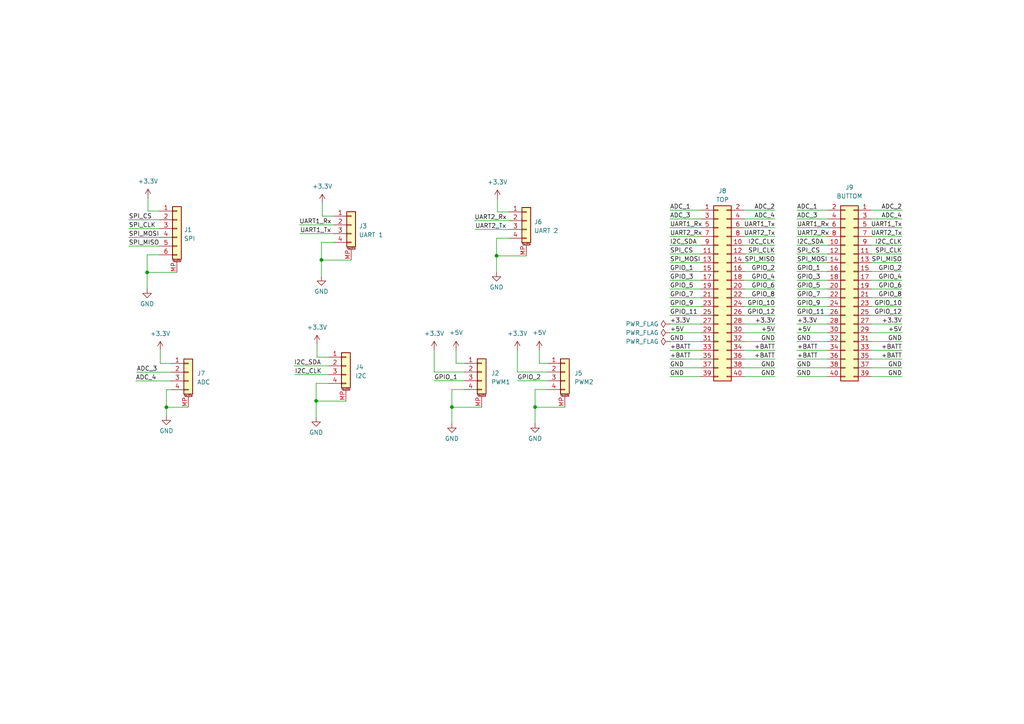
<source format=kicad_sch>
(kicad_sch (version 20230121) (generator eeschema)

  (uuid 988ee502-8596-4ebe-9b99-0eb76e7d156a)

  (paper "A4")

  (lib_symbols
    (symbol "Connector_Generic:Conn_02x20_Odd_Even" (pin_names (offset 1.016) hide) (in_bom yes) (on_board yes)
      (property "Reference" "J" (at 1.27 25.4 0)
        (effects (font (size 1.27 1.27)))
      )
      (property "Value" "Conn_02x20_Odd_Even" (at 1.27 -27.94 0)
        (effects (font (size 1.27 1.27)))
      )
      (property "Footprint" "" (at 0 0 0)
        (effects (font (size 1.27 1.27)) hide)
      )
      (property "Datasheet" "~" (at 0 0 0)
        (effects (font (size 1.27 1.27)) hide)
      )
      (property "ki_keywords" "connector" (at 0 0 0)
        (effects (font (size 1.27 1.27)) hide)
      )
      (property "ki_description" "Generic connector, double row, 02x20, odd/even pin numbering scheme (row 1 odd numbers, row 2 even numbers), script generated (kicad-library-utils/schlib/autogen/connector/)" (at 0 0 0)
        (effects (font (size 1.27 1.27)) hide)
      )
      (property "ki_fp_filters" "Connector*:*_2x??_*" (at 0 0 0)
        (effects (font (size 1.27 1.27)) hide)
      )
      (symbol "Conn_02x20_Odd_Even_1_1"
        (rectangle (start -1.27 -25.273) (end 0 -25.527)
          (stroke (width 0.1524) (type default))
          (fill (type none))
        )
        (rectangle (start -1.27 -22.733) (end 0 -22.987)
          (stroke (width 0.1524) (type default))
          (fill (type none))
        )
        (rectangle (start -1.27 -20.193) (end 0 -20.447)
          (stroke (width 0.1524) (type default))
          (fill (type none))
        )
        (rectangle (start -1.27 -17.653) (end 0 -17.907)
          (stroke (width 0.1524) (type default))
          (fill (type none))
        )
        (rectangle (start -1.27 -15.113) (end 0 -15.367)
          (stroke (width 0.1524) (type default))
          (fill (type none))
        )
        (rectangle (start -1.27 -12.573) (end 0 -12.827)
          (stroke (width 0.1524) (type default))
          (fill (type none))
        )
        (rectangle (start -1.27 -10.033) (end 0 -10.287)
          (stroke (width 0.1524) (type default))
          (fill (type none))
        )
        (rectangle (start -1.27 -7.493) (end 0 -7.747)
          (stroke (width 0.1524) (type default))
          (fill (type none))
        )
        (rectangle (start -1.27 -4.953) (end 0 -5.207)
          (stroke (width 0.1524) (type default))
          (fill (type none))
        )
        (rectangle (start -1.27 -2.413) (end 0 -2.667)
          (stroke (width 0.1524) (type default))
          (fill (type none))
        )
        (rectangle (start -1.27 0.127) (end 0 -0.127)
          (stroke (width 0.1524) (type default))
          (fill (type none))
        )
        (rectangle (start -1.27 2.667) (end 0 2.413)
          (stroke (width 0.1524) (type default))
          (fill (type none))
        )
        (rectangle (start -1.27 5.207) (end 0 4.953)
          (stroke (width 0.1524) (type default))
          (fill (type none))
        )
        (rectangle (start -1.27 7.747) (end 0 7.493)
          (stroke (width 0.1524) (type default))
          (fill (type none))
        )
        (rectangle (start -1.27 10.287) (end 0 10.033)
          (stroke (width 0.1524) (type default))
          (fill (type none))
        )
        (rectangle (start -1.27 12.827) (end 0 12.573)
          (stroke (width 0.1524) (type default))
          (fill (type none))
        )
        (rectangle (start -1.27 15.367) (end 0 15.113)
          (stroke (width 0.1524) (type default))
          (fill (type none))
        )
        (rectangle (start -1.27 17.907) (end 0 17.653)
          (stroke (width 0.1524) (type default))
          (fill (type none))
        )
        (rectangle (start -1.27 20.447) (end 0 20.193)
          (stroke (width 0.1524) (type default))
          (fill (type none))
        )
        (rectangle (start -1.27 22.987) (end 0 22.733)
          (stroke (width 0.1524) (type default))
          (fill (type none))
        )
        (rectangle (start -1.27 24.13) (end 3.81 -26.67)
          (stroke (width 0.254) (type default))
          (fill (type background))
        )
        (rectangle (start 3.81 -25.273) (end 2.54 -25.527)
          (stroke (width 0.1524) (type default))
          (fill (type none))
        )
        (rectangle (start 3.81 -22.733) (end 2.54 -22.987)
          (stroke (width 0.1524) (type default))
          (fill (type none))
        )
        (rectangle (start 3.81 -20.193) (end 2.54 -20.447)
          (stroke (width 0.1524) (type default))
          (fill (type none))
        )
        (rectangle (start 3.81 -17.653) (end 2.54 -17.907)
          (stroke (width 0.1524) (type default))
          (fill (type none))
        )
        (rectangle (start 3.81 -15.113) (end 2.54 -15.367)
          (stroke (width 0.1524) (type default))
          (fill (type none))
        )
        (rectangle (start 3.81 -12.573) (end 2.54 -12.827)
          (stroke (width 0.1524) (type default))
          (fill (type none))
        )
        (rectangle (start 3.81 -10.033) (end 2.54 -10.287)
          (stroke (width 0.1524) (type default))
          (fill (type none))
        )
        (rectangle (start 3.81 -7.493) (end 2.54 -7.747)
          (stroke (width 0.1524) (type default))
          (fill (type none))
        )
        (rectangle (start 3.81 -4.953) (end 2.54 -5.207)
          (stroke (width 0.1524) (type default))
          (fill (type none))
        )
        (rectangle (start 3.81 -2.413) (end 2.54 -2.667)
          (stroke (width 0.1524) (type default))
          (fill (type none))
        )
        (rectangle (start 3.81 0.127) (end 2.54 -0.127)
          (stroke (width 0.1524) (type default))
          (fill (type none))
        )
        (rectangle (start 3.81 2.667) (end 2.54 2.413)
          (stroke (width 0.1524) (type default))
          (fill (type none))
        )
        (rectangle (start 3.81 5.207) (end 2.54 4.953)
          (stroke (width 0.1524) (type default))
          (fill (type none))
        )
        (rectangle (start 3.81 7.747) (end 2.54 7.493)
          (stroke (width 0.1524) (type default))
          (fill (type none))
        )
        (rectangle (start 3.81 10.287) (end 2.54 10.033)
          (stroke (width 0.1524) (type default))
          (fill (type none))
        )
        (rectangle (start 3.81 12.827) (end 2.54 12.573)
          (stroke (width 0.1524) (type default))
          (fill (type none))
        )
        (rectangle (start 3.81 15.367) (end 2.54 15.113)
          (stroke (width 0.1524) (type default))
          (fill (type none))
        )
        (rectangle (start 3.81 17.907) (end 2.54 17.653)
          (stroke (width 0.1524) (type default))
          (fill (type none))
        )
        (rectangle (start 3.81 20.447) (end 2.54 20.193)
          (stroke (width 0.1524) (type default))
          (fill (type none))
        )
        (rectangle (start 3.81 22.987) (end 2.54 22.733)
          (stroke (width 0.1524) (type default))
          (fill (type none))
        )
        (pin passive line (at -5.08 22.86 0) (length 3.81)
          (name "Pin_1" (effects (font (size 1.27 1.27))))
          (number "1" (effects (font (size 1.27 1.27))))
        )
        (pin passive line (at 7.62 12.7 180) (length 3.81)
          (name "Pin_10" (effects (font (size 1.27 1.27))))
          (number "10" (effects (font (size 1.27 1.27))))
        )
        (pin passive line (at -5.08 10.16 0) (length 3.81)
          (name "Pin_11" (effects (font (size 1.27 1.27))))
          (number "11" (effects (font (size 1.27 1.27))))
        )
        (pin passive line (at 7.62 10.16 180) (length 3.81)
          (name "Pin_12" (effects (font (size 1.27 1.27))))
          (number "12" (effects (font (size 1.27 1.27))))
        )
        (pin passive line (at -5.08 7.62 0) (length 3.81)
          (name "Pin_13" (effects (font (size 1.27 1.27))))
          (number "13" (effects (font (size 1.27 1.27))))
        )
        (pin passive line (at 7.62 7.62 180) (length 3.81)
          (name "Pin_14" (effects (font (size 1.27 1.27))))
          (number "14" (effects (font (size 1.27 1.27))))
        )
        (pin passive line (at -5.08 5.08 0) (length 3.81)
          (name "Pin_15" (effects (font (size 1.27 1.27))))
          (number "15" (effects (font (size 1.27 1.27))))
        )
        (pin passive line (at 7.62 5.08 180) (length 3.81)
          (name "Pin_16" (effects (font (size 1.27 1.27))))
          (number "16" (effects (font (size 1.27 1.27))))
        )
        (pin passive line (at -5.08 2.54 0) (length 3.81)
          (name "Pin_17" (effects (font (size 1.27 1.27))))
          (number "17" (effects (font (size 1.27 1.27))))
        )
        (pin passive line (at 7.62 2.54 180) (length 3.81)
          (name "Pin_18" (effects (font (size 1.27 1.27))))
          (number "18" (effects (font (size 1.27 1.27))))
        )
        (pin passive line (at -5.08 0 0) (length 3.81)
          (name "Pin_19" (effects (font (size 1.27 1.27))))
          (number "19" (effects (font (size 1.27 1.27))))
        )
        (pin passive line (at 7.62 22.86 180) (length 3.81)
          (name "Pin_2" (effects (font (size 1.27 1.27))))
          (number "2" (effects (font (size 1.27 1.27))))
        )
        (pin passive line (at 7.62 0 180) (length 3.81)
          (name "Pin_20" (effects (font (size 1.27 1.27))))
          (number "20" (effects (font (size 1.27 1.27))))
        )
        (pin passive line (at -5.08 -2.54 0) (length 3.81)
          (name "Pin_21" (effects (font (size 1.27 1.27))))
          (number "21" (effects (font (size 1.27 1.27))))
        )
        (pin passive line (at 7.62 -2.54 180) (length 3.81)
          (name "Pin_22" (effects (font (size 1.27 1.27))))
          (number "22" (effects (font (size 1.27 1.27))))
        )
        (pin passive line (at -5.08 -5.08 0) (length 3.81)
          (name "Pin_23" (effects (font (size 1.27 1.27))))
          (number "23" (effects (font (size 1.27 1.27))))
        )
        (pin passive line (at 7.62 -5.08 180) (length 3.81)
          (name "Pin_24" (effects (font (size 1.27 1.27))))
          (number "24" (effects (font (size 1.27 1.27))))
        )
        (pin passive line (at -5.08 -7.62 0) (length 3.81)
          (name "Pin_25" (effects (font (size 1.27 1.27))))
          (number "25" (effects (font (size 1.27 1.27))))
        )
        (pin passive line (at 7.62 -7.62 180) (length 3.81)
          (name "Pin_26" (effects (font (size 1.27 1.27))))
          (number "26" (effects (font (size 1.27 1.27))))
        )
        (pin passive line (at -5.08 -10.16 0) (length 3.81)
          (name "Pin_27" (effects (font (size 1.27 1.27))))
          (number "27" (effects (font (size 1.27 1.27))))
        )
        (pin passive line (at 7.62 -10.16 180) (length 3.81)
          (name "Pin_28" (effects (font (size 1.27 1.27))))
          (number "28" (effects (font (size 1.27 1.27))))
        )
        (pin passive line (at -5.08 -12.7 0) (length 3.81)
          (name "Pin_29" (effects (font (size 1.27 1.27))))
          (number "29" (effects (font (size 1.27 1.27))))
        )
        (pin passive line (at -5.08 20.32 0) (length 3.81)
          (name "Pin_3" (effects (font (size 1.27 1.27))))
          (number "3" (effects (font (size 1.27 1.27))))
        )
        (pin passive line (at 7.62 -12.7 180) (length 3.81)
          (name "Pin_30" (effects (font (size 1.27 1.27))))
          (number "30" (effects (font (size 1.27 1.27))))
        )
        (pin passive line (at -5.08 -15.24 0) (length 3.81)
          (name "Pin_31" (effects (font (size 1.27 1.27))))
          (number "31" (effects (font (size 1.27 1.27))))
        )
        (pin passive line (at 7.62 -15.24 180) (length 3.81)
          (name "Pin_32" (effects (font (size 1.27 1.27))))
          (number "32" (effects (font (size 1.27 1.27))))
        )
        (pin passive line (at -5.08 -17.78 0) (length 3.81)
          (name "Pin_33" (effects (font (size 1.27 1.27))))
          (number "33" (effects (font (size 1.27 1.27))))
        )
        (pin passive line (at 7.62 -17.78 180) (length 3.81)
          (name "Pin_34" (effects (font (size 1.27 1.27))))
          (number "34" (effects (font (size 1.27 1.27))))
        )
        (pin passive line (at -5.08 -20.32 0) (length 3.81)
          (name "Pin_35" (effects (font (size 1.27 1.27))))
          (number "35" (effects (font (size 1.27 1.27))))
        )
        (pin passive line (at 7.62 -20.32 180) (length 3.81)
          (name "Pin_36" (effects (font (size 1.27 1.27))))
          (number "36" (effects (font (size 1.27 1.27))))
        )
        (pin passive line (at -5.08 -22.86 0) (length 3.81)
          (name "Pin_37" (effects (font (size 1.27 1.27))))
          (number "37" (effects (font (size 1.27 1.27))))
        )
        (pin passive line (at 7.62 -22.86 180) (length 3.81)
          (name "Pin_38" (effects (font (size 1.27 1.27))))
          (number "38" (effects (font (size 1.27 1.27))))
        )
        (pin passive line (at -5.08 -25.4 0) (length 3.81)
          (name "Pin_39" (effects (font (size 1.27 1.27))))
          (number "39" (effects (font (size 1.27 1.27))))
        )
        (pin passive line (at 7.62 20.32 180) (length 3.81)
          (name "Pin_4" (effects (font (size 1.27 1.27))))
          (number "4" (effects (font (size 1.27 1.27))))
        )
        (pin passive line (at 7.62 -25.4 180) (length 3.81)
          (name "Pin_40" (effects (font (size 1.27 1.27))))
          (number "40" (effects (font (size 1.27 1.27))))
        )
        (pin passive line (at -5.08 17.78 0) (length 3.81)
          (name "Pin_5" (effects (font (size 1.27 1.27))))
          (number "5" (effects (font (size 1.27 1.27))))
        )
        (pin passive line (at 7.62 17.78 180) (length 3.81)
          (name "Pin_6" (effects (font (size 1.27 1.27))))
          (number "6" (effects (font (size 1.27 1.27))))
        )
        (pin passive line (at -5.08 15.24 0) (length 3.81)
          (name "Pin_7" (effects (font (size 1.27 1.27))))
          (number "7" (effects (font (size 1.27 1.27))))
        )
        (pin passive line (at 7.62 15.24 180) (length 3.81)
          (name "Pin_8" (effects (font (size 1.27 1.27))))
          (number "8" (effects (font (size 1.27 1.27))))
        )
        (pin passive line (at -5.08 12.7 0) (length 3.81)
          (name "Pin_9" (effects (font (size 1.27 1.27))))
          (number "9" (effects (font (size 1.27 1.27))))
        )
      )
    )
    (symbol "Connector_Generic_MountingPin:Conn_01x04_MountingPin" (pin_names (offset 1.016) hide) (in_bom yes) (on_board yes)
      (property "Reference" "J" (at 0 5.08 0)
        (effects (font (size 1.27 1.27)))
      )
      (property "Value" "Conn_01x04_MountingPin" (at 1.27 -7.62 0)
        (effects (font (size 1.27 1.27)) (justify left))
      )
      (property "Footprint" "" (at 0 0 0)
        (effects (font (size 1.27 1.27)) hide)
      )
      (property "Datasheet" "~" (at 0 0 0)
        (effects (font (size 1.27 1.27)) hide)
      )
      (property "ki_keywords" "connector" (at 0 0 0)
        (effects (font (size 1.27 1.27)) hide)
      )
      (property "ki_description" "Generic connectable mounting pin connector, single row, 01x04, script generated (kicad-library-utils/schlib/autogen/connector/)" (at 0 0 0)
        (effects (font (size 1.27 1.27)) hide)
      )
      (property "ki_fp_filters" "Connector*:*_1x??-1MP*" (at 0 0 0)
        (effects (font (size 1.27 1.27)) hide)
      )
      (symbol "Conn_01x04_MountingPin_1_1"
        (rectangle (start -1.27 -4.953) (end 0 -5.207)
          (stroke (width 0.1524) (type default))
          (fill (type none))
        )
        (rectangle (start -1.27 -2.413) (end 0 -2.667)
          (stroke (width 0.1524) (type default))
          (fill (type none))
        )
        (rectangle (start -1.27 0.127) (end 0 -0.127)
          (stroke (width 0.1524) (type default))
          (fill (type none))
        )
        (rectangle (start -1.27 2.667) (end 0 2.413)
          (stroke (width 0.1524) (type default))
          (fill (type none))
        )
        (rectangle (start -1.27 3.81) (end 1.27 -6.35)
          (stroke (width 0.254) (type default))
          (fill (type background))
        )
        (polyline
          (pts
            (xy -1.016 -7.112)
            (xy 1.016 -7.112)
          )
          (stroke (width 0.1524) (type default))
          (fill (type none))
        )
        (text "Mounting" (at 0 -6.731 0)
          (effects (font (size 0.381 0.381)))
        )
        (pin passive line (at -5.08 2.54 0) (length 3.81)
          (name "Pin_1" (effects (font (size 1.27 1.27))))
          (number "1" (effects (font (size 1.27 1.27))))
        )
        (pin passive line (at -5.08 0 0) (length 3.81)
          (name "Pin_2" (effects (font (size 1.27 1.27))))
          (number "2" (effects (font (size 1.27 1.27))))
        )
        (pin passive line (at -5.08 -2.54 0) (length 3.81)
          (name "Pin_3" (effects (font (size 1.27 1.27))))
          (number "3" (effects (font (size 1.27 1.27))))
        )
        (pin passive line (at -5.08 -5.08 0) (length 3.81)
          (name "Pin_4" (effects (font (size 1.27 1.27))))
          (number "4" (effects (font (size 1.27 1.27))))
        )
        (pin passive line (at 0 -10.16 90) (length 3.048)
          (name "MountPin" (effects (font (size 1.27 1.27))))
          (number "MP" (effects (font (size 1.27 1.27))))
        )
      )
    )
    (symbol "Connector_Generic_MountingPin:Conn_01x06_MountingPin" (pin_names (offset 1.016) hide) (in_bom yes) (on_board yes)
      (property "Reference" "J" (at 0 7.62 0)
        (effects (font (size 1.27 1.27)))
      )
      (property "Value" "Conn_01x06_MountingPin" (at 1.27 -10.16 0)
        (effects (font (size 1.27 1.27)) (justify left))
      )
      (property "Footprint" "" (at 0 0 0)
        (effects (font (size 1.27 1.27)) hide)
      )
      (property "Datasheet" "~" (at 0 0 0)
        (effects (font (size 1.27 1.27)) hide)
      )
      (property "ki_keywords" "connector" (at 0 0 0)
        (effects (font (size 1.27 1.27)) hide)
      )
      (property "ki_description" "Generic connectable mounting pin connector, single row, 01x06, script generated (kicad-library-utils/schlib/autogen/connector/)" (at 0 0 0)
        (effects (font (size 1.27 1.27)) hide)
      )
      (property "ki_fp_filters" "Connector*:*_1x??-1MP*" (at 0 0 0)
        (effects (font (size 1.27 1.27)) hide)
      )
      (symbol "Conn_01x06_MountingPin_1_1"
        (rectangle (start -1.27 -7.493) (end 0 -7.747)
          (stroke (width 0.1524) (type default))
          (fill (type none))
        )
        (rectangle (start -1.27 -4.953) (end 0 -5.207)
          (stroke (width 0.1524) (type default))
          (fill (type none))
        )
        (rectangle (start -1.27 -2.413) (end 0 -2.667)
          (stroke (width 0.1524) (type default))
          (fill (type none))
        )
        (rectangle (start -1.27 0.127) (end 0 -0.127)
          (stroke (width 0.1524) (type default))
          (fill (type none))
        )
        (rectangle (start -1.27 2.667) (end 0 2.413)
          (stroke (width 0.1524) (type default))
          (fill (type none))
        )
        (rectangle (start -1.27 5.207) (end 0 4.953)
          (stroke (width 0.1524) (type default))
          (fill (type none))
        )
        (rectangle (start -1.27 6.35) (end 1.27 -8.89)
          (stroke (width 0.254) (type default))
          (fill (type background))
        )
        (polyline
          (pts
            (xy -1.016 -9.652)
            (xy 1.016 -9.652)
          )
          (stroke (width 0.1524) (type default))
          (fill (type none))
        )
        (text "Mounting" (at 0 -9.271 0)
          (effects (font (size 0.381 0.381)))
        )
        (pin passive line (at -5.08 5.08 0) (length 3.81)
          (name "Pin_1" (effects (font (size 1.27 1.27))))
          (number "1" (effects (font (size 1.27 1.27))))
        )
        (pin passive line (at -5.08 2.54 0) (length 3.81)
          (name "Pin_2" (effects (font (size 1.27 1.27))))
          (number "2" (effects (font (size 1.27 1.27))))
        )
        (pin passive line (at -5.08 0 0) (length 3.81)
          (name "Pin_3" (effects (font (size 1.27 1.27))))
          (number "3" (effects (font (size 1.27 1.27))))
        )
        (pin passive line (at -5.08 -2.54 0) (length 3.81)
          (name "Pin_4" (effects (font (size 1.27 1.27))))
          (number "4" (effects (font (size 1.27 1.27))))
        )
        (pin passive line (at -5.08 -5.08 0) (length 3.81)
          (name "Pin_5" (effects (font (size 1.27 1.27))))
          (number "5" (effects (font (size 1.27 1.27))))
        )
        (pin passive line (at -5.08 -7.62 0) (length 3.81)
          (name "Pin_6" (effects (font (size 1.27 1.27))))
          (number "6" (effects (font (size 1.27 1.27))))
        )
        (pin passive line (at 0 -12.7 90) (length 3.048)
          (name "MountPin" (effects (font (size 1.27 1.27))))
          (number "MP" (effects (font (size 1.27 1.27))))
        )
      )
    )
    (symbol "power:+3.3V" (power) (pin_names (offset 0)) (in_bom yes) (on_board yes)
      (property "Reference" "#PWR" (at 0 -3.81 0)
        (effects (font (size 1.27 1.27)) hide)
      )
      (property "Value" "+3.3V" (at 0 3.556 0)
        (effects (font (size 1.27 1.27)))
      )
      (property "Footprint" "" (at 0 0 0)
        (effects (font (size 1.27 1.27)) hide)
      )
      (property "Datasheet" "" (at 0 0 0)
        (effects (font (size 1.27 1.27)) hide)
      )
      (property "ki_keywords" "global power" (at 0 0 0)
        (effects (font (size 1.27 1.27)) hide)
      )
      (property "ki_description" "Power symbol creates a global label with name \"+3.3V\"" (at 0 0 0)
        (effects (font (size 1.27 1.27)) hide)
      )
      (symbol "+3.3V_0_1"
        (polyline
          (pts
            (xy -0.762 1.27)
            (xy 0 2.54)
          )
          (stroke (width 0) (type default))
          (fill (type none))
        )
        (polyline
          (pts
            (xy 0 0)
            (xy 0 2.54)
          )
          (stroke (width 0) (type default))
          (fill (type none))
        )
        (polyline
          (pts
            (xy 0 2.54)
            (xy 0.762 1.27)
          )
          (stroke (width 0) (type default))
          (fill (type none))
        )
      )
      (symbol "+3.3V_1_1"
        (pin power_in line (at 0 0 90) (length 0) hide
          (name "+3.3V" (effects (font (size 1.27 1.27))))
          (number "1" (effects (font (size 1.27 1.27))))
        )
      )
    )
    (symbol "power:+5V" (power) (pin_names (offset 0)) (in_bom yes) (on_board yes)
      (property "Reference" "#PWR" (at 0 -3.81 0)
        (effects (font (size 1.27 1.27)) hide)
      )
      (property "Value" "+5V" (at 0 3.556 0)
        (effects (font (size 1.27 1.27)))
      )
      (property "Footprint" "" (at 0 0 0)
        (effects (font (size 1.27 1.27)) hide)
      )
      (property "Datasheet" "" (at 0 0 0)
        (effects (font (size 1.27 1.27)) hide)
      )
      (property "ki_keywords" "global power" (at 0 0 0)
        (effects (font (size 1.27 1.27)) hide)
      )
      (property "ki_description" "Power symbol creates a global label with name \"+5V\"" (at 0 0 0)
        (effects (font (size 1.27 1.27)) hide)
      )
      (symbol "+5V_0_1"
        (polyline
          (pts
            (xy -0.762 1.27)
            (xy 0 2.54)
          )
          (stroke (width 0) (type default))
          (fill (type none))
        )
        (polyline
          (pts
            (xy 0 0)
            (xy 0 2.54)
          )
          (stroke (width 0) (type default))
          (fill (type none))
        )
        (polyline
          (pts
            (xy 0 2.54)
            (xy 0.762 1.27)
          )
          (stroke (width 0) (type default))
          (fill (type none))
        )
      )
      (symbol "+5V_1_1"
        (pin power_in line (at 0 0 90) (length 0) hide
          (name "+5V" (effects (font (size 1.27 1.27))))
          (number "1" (effects (font (size 1.27 1.27))))
        )
      )
    )
    (symbol "power:GND" (power) (pin_names (offset 0)) (in_bom yes) (on_board yes)
      (property "Reference" "#PWR" (at 0 -6.35 0)
        (effects (font (size 1.27 1.27)) hide)
      )
      (property "Value" "GND" (at 0 -3.81 0)
        (effects (font (size 1.27 1.27)))
      )
      (property "Footprint" "" (at 0 0 0)
        (effects (font (size 1.27 1.27)) hide)
      )
      (property "Datasheet" "" (at 0 0 0)
        (effects (font (size 1.27 1.27)) hide)
      )
      (property "ki_keywords" "global power" (at 0 0 0)
        (effects (font (size 1.27 1.27)) hide)
      )
      (property "ki_description" "Power symbol creates a global label with name \"GND\" , ground" (at 0 0 0)
        (effects (font (size 1.27 1.27)) hide)
      )
      (symbol "GND_0_1"
        (polyline
          (pts
            (xy 0 0)
            (xy 0 -1.27)
            (xy 1.27 -1.27)
            (xy 0 -2.54)
            (xy -1.27 -1.27)
            (xy 0 -1.27)
          )
          (stroke (width 0) (type default))
          (fill (type none))
        )
      )
      (symbol "GND_1_1"
        (pin power_in line (at 0 0 270) (length 0) hide
          (name "GND" (effects (font (size 1.27 1.27))))
          (number "1" (effects (font (size 1.27 1.27))))
        )
      )
    )
    (symbol "power:PWR_FLAG" (power) (pin_numbers hide) (pin_names (offset 0) hide) (in_bom yes) (on_board yes)
      (property "Reference" "#FLG" (at 0 1.905 0)
        (effects (font (size 1.27 1.27)) hide)
      )
      (property "Value" "PWR_FLAG" (at 0 3.81 0)
        (effects (font (size 1.27 1.27)))
      )
      (property "Footprint" "" (at 0 0 0)
        (effects (font (size 1.27 1.27)) hide)
      )
      (property "Datasheet" "~" (at 0 0 0)
        (effects (font (size 1.27 1.27)) hide)
      )
      (property "ki_keywords" "flag power" (at 0 0 0)
        (effects (font (size 1.27 1.27)) hide)
      )
      (property "ki_description" "Special symbol for telling ERC where power comes from" (at 0 0 0)
        (effects (font (size 1.27 1.27)) hide)
      )
      (symbol "PWR_FLAG_0_0"
        (pin power_out line (at 0 0 90) (length 0)
          (name "pwr" (effects (font (size 1.27 1.27))))
          (number "1" (effects (font (size 1.27 1.27))))
        )
      )
      (symbol "PWR_FLAG_0_1"
        (polyline
          (pts
            (xy 0 0)
            (xy 0 1.27)
            (xy -1.016 1.905)
            (xy 0 2.54)
            (xy 1.016 1.905)
            (xy 0 1.27)
          )
          (stroke (width 0) (type default))
          (fill (type none))
        )
      )
    )
  )

  (junction (at 42.672 78.994) (diameter 0) (color 0 0 0 0)
    (uuid 24f30910-da9f-4a86-833c-074f426498ed)
  )
  (junction (at 144.018 74.168) (diameter 0) (color 0 0 0 0)
    (uuid 6b7baa6a-dacc-4221-b07c-fd99a395ba84)
  )
  (junction (at 48.26 118.11) (diameter 0) (color 0 0 0 0)
    (uuid 72ad6b5c-c214-4886-b607-af772ec03111)
  )
  (junction (at 155.194 118.0592) (diameter 0) (color 0 0 0 0)
    (uuid 756699fa-2ef8-4011-a7b0-dad1dbd15af6)
  )
  (junction (at 131.064 118.0592) (diameter 0) (color 0 0 0 0)
    (uuid 7e3b40bf-f8e7-4ce4-bbbd-740ad612c893)
  )
  (junction (at 93.218 75.3872) (diameter 0) (color 0 0 0 0)
    (uuid d36ca9a9-9795-4a05-964c-859fa187419b)
  )
  (junction (at 91.694 116.2812) (diameter 0) (color 0 0 0 0)
    (uuid e770487d-1ffa-4440-b74c-32e10c3dcddc)
  )

  (wire (pts (xy 194.31 109.22) (xy 203.2 109.22))
    (stroke (width 0) (type default))
    (uuid 00141a4f-a804-41f6-9700-90cfb1f04bcf)
  )
  (wire (pts (xy 224.79 96.52) (xy 215.9 96.52))
    (stroke (width 0) (type default))
    (uuid 0017686d-fd9e-464e-a4f1-afc2c8885657)
  )
  (wire (pts (xy 155.194 118.0592) (xy 155.194 122.8852))
    (stroke (width 0) (type default))
    (uuid 0045ca4f-76b5-4e58-9ce9-91c82d6ba0aa)
  )
  (wire (pts (xy 261.62 78.74) (xy 252.73 78.74))
    (stroke (width 0) (type default))
    (uuid 00c93fb9-91e4-4b74-96cc-b0dff0ed1a6c)
  )
  (wire (pts (xy 42.672 78.994) (xy 51.308 78.994))
    (stroke (width 0) (type default))
    (uuid 01e69953-9692-4bc8-b302-c3c01e2ea472)
  )
  (wire (pts (xy 131.064 118.0592) (xy 131.064 122.8852))
    (stroke (width 0) (type default))
    (uuid 0817e72c-6df5-4c52-8b94-8744a8a24a4a)
  )
  (wire (pts (xy 143.9672 74.168) (xy 144.018 74.168))
    (stroke (width 0) (type default))
    (uuid 0acb5ff7-47b7-48a2-9fca-f3ccf42861b1)
  )
  (wire (pts (xy 152.654 74.2188) (xy 152.654 74.168))
    (stroke (width 0) (type default))
    (uuid 0aee1a07-0f51-4b94-ae0b-f71cceda46e7)
  )
  (wire (pts (xy 261.62 66.04) (xy 252.73 66.04))
    (stroke (width 0) (type default))
    (uuid 0d0c6571-812d-4ee8-abcb-04be821d9b0c)
  )
  (wire (pts (xy 93.472 58.8772) (xy 93.472 62.6872))
    (stroke (width 0) (type default))
    (uuid 0eb300ee-a572-43e5-b661-15cbe7923078)
  )
  (wire (pts (xy 231.14 68.58) (xy 240.03 68.58))
    (stroke (width 0) (type default))
    (uuid 0fa270c1-f362-4385-b990-c892476d4c89)
  )
  (wire (pts (xy 194.31 60.96) (xy 203.2 60.96))
    (stroke (width 0) (type default))
    (uuid 102f9f09-cbf5-484b-ac4b-0141549ac85a)
  )
  (wire (pts (xy 42.672 78.994) (xy 42.672 83.82))
    (stroke (width 0) (type default))
    (uuid 1073bf00-4647-480f-ae6d-bdaccc580cef)
  )
  (wire (pts (xy 261.62 71.12) (xy 252.73 71.12))
    (stroke (width 0) (type default))
    (uuid 133a420e-9c82-4e4c-9149-eb4086a0399e)
  )
  (wire (pts (xy 224.79 109.22) (xy 215.9 109.22))
    (stroke (width 0) (type default))
    (uuid 15094faf-3d3f-408f-a350-658c38f86ffe)
  )
  (wire (pts (xy 91.6432 116.332) (xy 91.6432 116.2812))
    (stroke (width 0) (type default))
    (uuid 15ba35cd-a29f-4918-82f0-79f06f278667)
  )
  (wire (pts (xy 139.7 118.11) (xy 139.7 118.0592))
    (stroke (width 0) (type default))
    (uuid 16e6f419-9a36-4f45-b5a6-ecc4f35f4818)
  )
  (wire (pts (xy 231.14 106.68) (xy 240.03 106.68))
    (stroke (width 0) (type default))
    (uuid 1927d059-b437-497d-84c9-5b330c4844c1)
  )
  (wire (pts (xy 125.9332 110.4392) (xy 134.62 110.4392))
    (stroke (width 0) (type default))
    (uuid 19e6f44e-7244-42a8-aa3d-be27f5fc1981)
  )
  (wire (pts (xy 48.26 113.03) (xy 48.26 118.11))
    (stroke (width 0) (type default))
    (uuid 1d1c9659-d0f1-4088-a38d-586a234886aa)
  )
  (wire (pts (xy 125.9332 101.5492) (xy 125.9332 107.8992))
    (stroke (width 0) (type default))
    (uuid 1eb4c809-6064-4cbc-b6dc-7dd6b64d02dd)
  )
  (wire (pts (xy 231.14 86.36) (xy 240.03 86.36))
    (stroke (width 0) (type default))
    (uuid 1edb8f26-47a3-4dc6-9f0c-6dbe39df0bae)
  )
  (wire (pts (xy 144.018 74.168) (xy 144.018 69.088))
    (stroke (width 0) (type default))
    (uuid 1faaa675-b3cd-4d7a-8090-c486ea72b19e)
  )
  (wire (pts (xy 144.018 69.088) (xy 147.574 69.088))
    (stroke (width 0) (type default))
    (uuid 20ca624b-f3e3-4df7-a90e-12db26d1c087)
  )
  (wire (pts (xy 150.0632 110.4392) (xy 158.75 110.4392))
    (stroke (width 0) (type default))
    (uuid 20cd6d4f-80e3-4262-9039-fc964ac8e008)
  )
  (wire (pts (xy 194.31 78.74) (xy 203.2 78.74))
    (stroke (width 0) (type default))
    (uuid 22d596cb-ba3d-441a-9b46-5090fc40953e)
  )
  (wire (pts (xy 37.338 66.294) (xy 46.228 66.294))
    (stroke (width 0) (type default))
    (uuid 2396f48c-039f-4f9c-8e87-9154dc5d1804)
  )
  (wire (pts (xy 46.482 105.41) (xy 49.53 105.41))
    (stroke (width 0) (type default))
    (uuid 2754233b-a3f7-49cc-b501-6215ea50657d)
  )
  (wire (pts (xy 155.1432 118.11) (xy 163.83 118.11))
    (stroke (width 0) (type default))
    (uuid 28609881-8b51-4080-8882-713c21481936)
  )
  (wire (pts (xy 101.854 75.438) (xy 101.854 75.3872))
    (stroke (width 0) (type default))
    (uuid 297d0266-e8d7-4665-b279-ea78224a2f0a)
  )
  (wire (pts (xy 261.62 109.22) (xy 252.73 109.22))
    (stroke (width 0) (type default))
    (uuid 2aebfc2d-85fd-4c54-82bc-d522bf3c7baf)
  )
  (wire (pts (xy 155.1432 118.11) (xy 155.1432 118.0592))
    (stroke (width 0) (type default))
    (uuid 2b5c1b37-dc82-4ab0-8f0e-7f3d81fbde2d)
  )
  (wire (pts (xy 261.62 83.82) (xy 252.73 83.82))
    (stroke (width 0) (type default))
    (uuid 2b8d88dc-b74d-4f14-aadf-665ca44ef53f)
  )
  (wire (pts (xy 231.14 99.06) (xy 240.03 99.06))
    (stroke (width 0) (type default))
    (uuid 2babcf11-142e-428d-ac0a-6eafe615d7bb)
  )
  (wire (pts (xy 42.926 57.404) (xy 42.926 61.214))
    (stroke (width 0) (type default))
    (uuid 2c8311c5-14dc-4148-839a-4e194328b17f)
  )
  (wire (pts (xy 224.79 91.44) (xy 215.9 91.44))
    (stroke (width 0) (type default))
    (uuid 2cccf8f6-475b-4521-89c6-b09968d0f298)
  )
  (wire (pts (xy 144.272 57.658) (xy 144.272 61.468))
    (stroke (width 0) (type default))
    (uuid 2d6e90f7-3b8e-4f9d-ab45-589891627668)
  )
  (wire (pts (xy 48.26 118.11) (xy 48.26 120.65))
    (stroke (width 0) (type default))
    (uuid 2e1d4f19-72f0-4628-a878-f2a18054c9c1)
  )
  (wire (pts (xy 163.83 118.11) (xy 163.83 118.0592))
    (stroke (width 0) (type default))
    (uuid 3235eccf-e45c-4aa5-8e30-28644dce118d)
  )
  (wire (pts (xy 49.53 113.03) (xy 48.26 113.03))
    (stroke (width 0) (type default))
    (uuid 34aac29d-6585-4b05-b777-9e942771335b)
  )
  (wire (pts (xy 132.2832 101.5492) (xy 132.2832 105.3592))
    (stroke (width 0) (type default))
    (uuid 34d61de9-7d82-4e32-9861-5f45004ac204)
  )
  (wire (pts (xy 155.194 118.0592) (xy 155.194 112.9792))
    (stroke (width 0) (type default))
    (uuid 34fada69-c05b-4617-8846-18de10e0f8f0)
  )
  (wire (pts (xy 137.6172 64.008) (xy 147.574 64.008))
    (stroke (width 0) (type default))
    (uuid 354f2510-72c7-4aba-9b96-b6bb79c8bb2f)
  )
  (wire (pts (xy 194.31 86.36) (xy 203.2 86.36))
    (stroke (width 0) (type default))
    (uuid 362f5390-b2c4-4241-9e13-1bea045ef24e)
  )
  (wire (pts (xy 231.14 104.14) (xy 240.03 104.14))
    (stroke (width 0) (type default))
    (uuid 3a4c5187-c2c8-4c81-ba42-805a3d55d78a)
  )
  (wire (pts (xy 91.694 111.2012) (xy 95.25 111.2012))
    (stroke (width 0) (type default))
    (uuid 3f00bad1-e982-45a0-a5ad-f72f1161279a)
  )
  (wire (pts (xy 95.25 103.5812) (xy 91.948 103.5812))
    (stroke (width 0) (type default))
    (uuid 3f60e7f2-3dc2-4b71-9ed9-cb6db8ae87d7)
  )
  (wire (pts (xy 224.79 104.14) (xy 215.9 104.14))
    (stroke (width 0) (type default))
    (uuid 3f762864-43ef-4a22-ba53-74859e1356e7)
  )
  (wire (pts (xy 134.62 105.3592) (xy 132.2832 105.3592))
    (stroke (width 0) (type default))
    (uuid 44206bb9-98e0-47e3-8014-175a6fa9c751)
  )
  (wire (pts (xy 261.62 81.28) (xy 252.73 81.28))
    (stroke (width 0) (type default))
    (uuid 46bb7f48-dd15-423d-a09e-adf0cc9a262a)
  )
  (wire (pts (xy 91.6432 116.332) (xy 100.33 116.332))
    (stroke (width 0) (type default))
    (uuid 4c2c2183-cc7a-4973-b490-f1ee410509fc)
  )
  (wire (pts (xy 39.624 107.95) (xy 49.53 107.95))
    (stroke (width 0) (type default))
    (uuid 50c33fac-4a32-42e5-8687-4303dfa01915)
  )
  (wire (pts (xy 261.62 60.96) (xy 252.73 60.96))
    (stroke (width 0) (type default))
    (uuid 510bf3b7-d123-4c35-8506-df84cc8f8210)
  )
  (wire (pts (xy 261.62 63.5) (xy 252.73 63.5))
    (stroke (width 0) (type default))
    (uuid 53a8c285-ce30-4408-96fb-58e11564d5b5)
  )
  (wire (pts (xy 231.14 81.28) (xy 240.03 81.28))
    (stroke (width 0) (type default))
    (uuid 5420f7b2-808c-4de7-8f5a-0833d3b702e5)
  )
  (wire (pts (xy 91.948 99.7712) (xy 91.948 103.5812))
    (stroke (width 0) (type default))
    (uuid 54c52f96-c44c-4a35-be66-a63c5bfcd104)
  )
  (wire (pts (xy 143.9672 74.2188) (xy 152.654 74.2188))
    (stroke (width 0) (type default))
    (uuid 557bab1a-73ff-4dfd-908e-bf0d31e4342f)
  )
  (wire (pts (xy 150.0632 101.5492) (xy 150.0632 107.8992))
    (stroke (width 0) (type default))
    (uuid 563bd808-dbf5-4f0e-8145-f7e14aba6c01)
  )
  (wire (pts (xy 144.018 74.168) (xy 144.018 78.994))
    (stroke (width 0) (type default))
    (uuid 5845bd86-bc51-4372-bab9-f1050143b1e6)
  )
  (wire (pts (xy 261.62 91.44) (xy 252.73 91.44))
    (stroke (width 0) (type default))
    (uuid 5bbe94cf-6942-43de-aa8e-239fa250152d)
  )
  (wire (pts (xy 155.1432 118.0592) (xy 155.194 118.0592))
    (stroke (width 0) (type default))
    (uuid 5ef4f2ae-523b-415e-85ea-2cf1c5926655)
  )
  (wire (pts (xy 194.31 73.66) (xy 203.2 73.66))
    (stroke (width 0) (type default))
    (uuid 5f1291f5-22a6-46ff-bef8-b7a8bc387c66)
  )
  (wire (pts (xy 224.79 78.74) (xy 215.9 78.74))
    (stroke (width 0) (type default))
    (uuid 60cba42b-8b21-4f20-a117-c84fb4041814)
  )
  (wire (pts (xy 194.31 106.68) (xy 203.2 106.68))
    (stroke (width 0) (type default))
    (uuid 65059874-e752-4571-be4d-09995006ff2e)
  )
  (wire (pts (xy 91.6432 116.2812) (xy 91.694 116.2812))
    (stroke (width 0) (type default))
    (uuid 67856b8f-94ee-4aa6-b685-88da63b413cb)
  )
  (wire (pts (xy 224.79 73.66) (xy 215.9 73.66))
    (stroke (width 0) (type default))
    (uuid 67a113d9-63d8-4dfa-ba06-9710d512cbb6)
  )
  (wire (pts (xy 231.14 109.22) (xy 240.03 109.22))
    (stroke (width 0) (type default))
    (uuid 681a8944-b741-42d0-afaa-bbfe1bd15102)
  )
  (wire (pts (xy 224.79 66.04) (xy 215.9 66.04))
    (stroke (width 0) (type default))
    (uuid 6987e626-983e-4ea0-bbee-ef3e1a733b39)
  )
  (wire (pts (xy 231.14 83.82) (xy 240.03 83.82))
    (stroke (width 0) (type default))
    (uuid 69b319c5-bd27-42b2-8dfd-cf530597f995)
  )
  (wire (pts (xy 261.62 76.2) (xy 252.73 76.2))
    (stroke (width 0) (type default))
    (uuid 6b69cda6-3298-41d5-bf85-05a679485dc5)
  )
  (wire (pts (xy 261.62 86.36) (xy 252.73 86.36))
    (stroke (width 0) (type default))
    (uuid 6c124309-aa81-4c6c-a4f1-67a79b360fba)
  )
  (wire (pts (xy 156.4132 101.5492) (xy 156.4132 105.3592))
    (stroke (width 0) (type default))
    (uuid 6c86a261-a10a-49dc-ac99-c345f15ed526)
  )
  (wire (pts (xy 231.14 91.44) (xy 240.03 91.44))
    (stroke (width 0) (type default))
    (uuid 70cd1eb7-9e34-4fa9-aeee-20db522794d5)
  )
  (wire (pts (xy 231.14 96.52) (xy 240.03 96.52))
    (stroke (width 0) (type default))
    (uuid 733c2ef0-0ff5-4b47-9b47-5d6e01d0eb95)
  )
  (wire (pts (xy 231.14 93.98) (xy 240.03 93.98))
    (stroke (width 0) (type default))
    (uuid 74b9f8bc-d650-41c3-876e-32968f51c137)
  )
  (wire (pts (xy 224.79 81.28) (xy 215.9 81.28))
    (stroke (width 0) (type default))
    (uuid 7505e904-1322-404f-8f6c-11b8c00f9779)
  )
  (wire (pts (xy 231.14 88.9) (xy 240.03 88.9))
    (stroke (width 0) (type default))
    (uuid 77e37133-0736-4f91-ab66-02fb96d920ac)
  )
  (wire (pts (xy 93.218 70.3072) (xy 96.774 70.3072))
    (stroke (width 0) (type default))
    (uuid 78c95f00-5615-41cb-8bb7-58ec27227e86)
  )
  (wire (pts (xy 37.338 71.374) (xy 46.228 71.374))
    (stroke (width 0) (type default))
    (uuid 7a545f42-65d5-4acb-b1e2-6b19da25f1dd)
  )
  (wire (pts (xy 42.672 73.914) (xy 46.228 73.914))
    (stroke (width 0) (type default))
    (uuid 7a75a5a1-7995-428c-bfa0-a14fd2ea7390)
  )
  (wire (pts (xy 86.8172 65.2272) (xy 96.774 65.2272))
    (stroke (width 0) (type default))
    (uuid 7bd61f1e-f4a4-4b73-be92-d25992746af0)
  )
  (wire (pts (xy 125.9332 107.8992) (xy 134.62 107.8992))
    (stroke (width 0) (type default))
    (uuid 7bf5ee37-44ce-4f45-97f0-ce4a16502ab0)
  )
  (wire (pts (xy 224.79 88.9) (xy 215.9 88.9))
    (stroke (width 0) (type default))
    (uuid 7d938add-a047-4c34-aa72-51515f43e65b)
  )
  (wire (pts (xy 194.31 101.6) (xy 203.2 101.6))
    (stroke (width 0) (type default))
    (uuid 8093daea-101d-4d07-96c2-1a24101946b5)
  )
  (wire (pts (xy 194.31 83.82) (xy 203.2 83.82))
    (stroke (width 0) (type default))
    (uuid 80bdb363-81c8-4809-8373-68430c01583a)
  )
  (wire (pts (xy 224.79 93.98) (xy 215.9 93.98))
    (stroke (width 0) (type default))
    (uuid 84f0c893-6be9-4e73-883b-0d569e72a21c)
  )
  (wire (pts (xy 194.31 91.44) (xy 203.2 91.44))
    (stroke (width 0) (type default))
    (uuid 86eee2b4-4d1a-475f-894e-26247013d1c4)
  )
  (wire (pts (xy 194.31 81.28) (xy 203.2 81.28))
    (stroke (width 0) (type default))
    (uuid 87532edf-7899-45aa-a7ae-283bb3ae9864)
  )
  (wire (pts (xy 224.79 60.96) (xy 215.9 60.96))
    (stroke (width 0) (type default))
    (uuid 8edda9e3-6eba-41e0-9567-8ef73f01ccf0)
  )
  (wire (pts (xy 194.31 96.52) (xy 203.2 96.52))
    (stroke (width 0) (type default))
    (uuid 8faae1a3-8342-4d28-8eba-802c50af39fc)
  )
  (wire (pts (xy 261.62 96.52) (xy 252.73 96.52))
    (stroke (width 0) (type default))
    (uuid 906b7832-cd01-4bde-b7dc-ecbcea043e4c)
  )
  (wire (pts (xy 131.0132 118.11) (xy 139.7 118.11))
    (stroke (width 0) (type default))
    (uuid 91cf1e51-e2e3-4009-a55b-1dc3a106bd89)
  )
  (wire (pts (xy 224.79 106.68) (xy 215.9 106.68))
    (stroke (width 0) (type default))
    (uuid 93142b67-673c-4fb9-a4cc-f494de6b0556)
  )
  (wire (pts (xy 100.33 116.332) (xy 100.33 116.2812))
    (stroke (width 0) (type default))
    (uuid 949dcf4c-19c8-4f27-818a-1a233f8fcaa8)
  )
  (wire (pts (xy 231.14 73.66) (xy 240.03 73.66))
    (stroke (width 0) (type default))
    (uuid 94bda21d-cbe7-44f1-a56d-07857ee7b17b)
  )
  (wire (pts (xy 261.62 68.58) (xy 252.73 68.58))
    (stroke (width 0) (type default))
    (uuid 988485c1-d1ee-4958-8807-f2f912bb48fb)
  )
  (wire (pts (xy 37.338 68.834) (xy 46.228 68.834))
    (stroke (width 0) (type default))
    (uuid 98d46123-f544-43fa-be17-aa380a7ded31)
  )
  (wire (pts (xy 48.26 118.11) (xy 54.61 118.11))
    (stroke (width 0) (type default))
    (uuid 994386bb-cda3-49bb-a414-8efa21e98a49)
  )
  (wire (pts (xy 231.14 78.74) (xy 240.03 78.74))
    (stroke (width 0) (type default))
    (uuid 9b73e17d-eb20-4a79-84b1-9cc220ebbc50)
  )
  (wire (pts (xy 155.194 112.9792) (xy 158.75 112.9792))
    (stroke (width 0) (type default))
    (uuid 9de7d26c-ed9e-4ac7-b3ac-072133300870)
  )
  (wire (pts (xy 224.79 99.06) (xy 215.9 99.06))
    (stroke (width 0) (type default))
    (uuid a22f9fae-184f-4a47-83d4-67f79797fcfa)
  )
  (wire (pts (xy 131.0132 118.0592) (xy 131.064 118.0592))
    (stroke (width 0) (type default))
    (uuid a43ff006-8251-4008-8207-218b1516819d)
  )
  (wire (pts (xy 231.14 63.5) (xy 240.03 63.5))
    (stroke (width 0) (type default))
    (uuid a79fae72-2cc8-49cd-ac4b-0db2da4a4ff7)
  )
  (wire (pts (xy 224.79 68.58) (xy 215.9 68.58))
    (stroke (width 0) (type default))
    (uuid a7b50d2b-48d7-4e7f-aa59-b0750039a01b)
  )
  (wire (pts (xy 261.62 99.06) (xy 252.73 99.06))
    (stroke (width 0) (type default))
    (uuid ac0abf74-b77c-4107-ae10-ec568f0c315f)
  )
  (wire (pts (xy 150.0632 107.8992) (xy 158.75 107.8992))
    (stroke (width 0) (type default))
    (uuid ac53b4ed-b770-4fdb-bf44-4e588ba317c1)
  )
  (wire (pts (xy 194.31 63.5) (xy 203.2 63.5))
    (stroke (width 0) (type default))
    (uuid afb8a76a-c240-4e69-bbd0-d3053d0ce58a)
  )
  (wire (pts (xy 194.31 76.2) (xy 203.2 76.2))
    (stroke (width 0) (type default))
    (uuid b3ce66cd-ec3a-4307-8d83-6d428786e2a6)
  )
  (wire (pts (xy 46.482 101.6) (xy 46.482 105.41))
    (stroke (width 0) (type default))
    (uuid b44e2e44-c38a-4269-8cb7-407658979a22)
  )
  (wire (pts (xy 85.4964 108.6612) (xy 95.25 108.6612))
    (stroke (width 0) (type default))
    (uuid b7ddddcb-4aa9-428b-b272-8ec2ffff9d35)
  )
  (wire (pts (xy 93.1672 75.3872) (xy 93.218 75.3872))
    (stroke (width 0) (type default))
    (uuid b9037d6d-5a6a-44ea-8e69-c902ff995c29)
  )
  (wire (pts (xy 261.62 106.68) (xy 252.73 106.68))
    (stroke (width 0) (type default))
    (uuid bab991ca-a143-4dbb-b60b-4601f74f1772)
  )
  (wire (pts (xy 85.2932 106.1212) (xy 95.25 106.1212))
    (stroke (width 0) (type default))
    (uuid bb8b5d88-dc69-40b8-8f94-d32f04d7145a)
  )
  (wire (pts (xy 93.1672 75.438) (xy 101.854 75.438))
    (stroke (width 0) (type default))
    (uuid bc38218c-15d1-4260-a3e4-5d61c6cf3fe1)
  )
  (wire (pts (xy 87.0204 67.7672) (xy 96.774 67.7672))
    (stroke (width 0) (type default))
    (uuid bd8f5e0b-b0db-4916-b3b9-c110af2426fd)
  )
  (wire (pts (xy 93.218 75.3872) (xy 93.218 70.3072))
    (stroke (width 0) (type default))
    (uuid bef0bc6b-2d90-482c-96a6-2db9913f7f18)
  )
  (wire (pts (xy 261.62 93.98) (xy 252.73 93.98))
    (stroke (width 0) (type default))
    (uuid c24a2aaa-a45d-4d14-ac44-043169747ed3)
  )
  (wire (pts (xy 39.37 110.49) (xy 49.53 110.49))
    (stroke (width 0) (type default))
    (uuid c3b9998b-7bea-47c0-8d9d-9bc8ed9ae554)
  )
  (wire (pts (xy 91.694 116.2812) (xy 91.694 121.1072))
    (stroke (width 0) (type default))
    (uuid c47fd164-a9e1-4bb6-99ba-37e55eed1abb)
  )
  (wire (pts (xy 231.14 66.04) (xy 240.03 66.04))
    (stroke (width 0) (type default))
    (uuid c5d4b9a0-e5d2-48a8-9a5c-1cd3ada33048)
  )
  (wire (pts (xy 224.79 71.12) (xy 215.9 71.12))
    (stroke (width 0) (type default))
    (uuid c6355558-b402-47c0-a614-e7d0151f79f4)
  )
  (wire (pts (xy 231.14 71.12) (xy 240.03 71.12))
    (stroke (width 0) (type default))
    (uuid c6724045-84bd-413a-a219-aa45f0b17c2f)
  )
  (wire (pts (xy 91.694 116.2812) (xy 91.694 111.2012))
    (stroke (width 0) (type default))
    (uuid c96829ed-3472-4aab-a62f-df2781c236b1)
  )
  (wire (pts (xy 42.672 78.994) (xy 42.672 73.914))
    (stroke (width 0) (type default))
    (uuid ca1d3e4f-cd44-407c-8449-822a5247bbe4)
  )
  (wire (pts (xy 46.228 61.214) (xy 42.926 61.214))
    (stroke (width 0) (type default))
    (uuid cb1be758-aca8-4dab-9a98-8ada4fe79b9d)
  )
  (wire (pts (xy 231.14 101.6) (xy 240.03 101.6))
    (stroke (width 0) (type default))
    (uuid cbae5fc1-1008-41a7-a73c-57329c069103)
  )
  (wire (pts (xy 194.31 66.04) (xy 203.2 66.04))
    (stroke (width 0) (type default))
    (uuid cbbfd685-c0cc-49f6-afa5-0f5d9213f72e)
  )
  (wire (pts (xy 131.064 112.9792) (xy 134.62 112.9792))
    (stroke (width 0) (type default))
    (uuid ccce78b1-89a9-4fea-9b17-1c9fbeefdd29)
  )
  (wire (pts (xy 131.0132 118.11) (xy 131.0132 118.0592))
    (stroke (width 0) (type default))
    (uuid cddc8330-7276-406e-9204-ed40962a0dc6)
  )
  (wire (pts (xy 224.79 63.5) (xy 215.9 63.5))
    (stroke (width 0) (type default))
    (uuid d0c3b8ea-488e-4d83-b9c2-73be67c3b600)
  )
  (wire (pts (xy 194.31 68.58) (xy 203.2 68.58))
    (stroke (width 0) (type default))
    (uuid d290e689-647a-4185-af2b-4647a0c69304)
  )
  (wire (pts (xy 224.79 83.82) (xy 215.9 83.82))
    (stroke (width 0) (type default))
    (uuid d49228fd-25d6-4020-bc2c-59d368cbba00)
  )
  (wire (pts (xy 158.75 105.3592) (xy 156.4132 105.3592))
    (stroke (width 0) (type default))
    (uuid d585fcee-a788-4bc3-b040-1e594c21606d)
  )
  (wire (pts (xy 96.774 62.6872) (xy 93.472 62.6872))
    (stroke (width 0) (type default))
    (uuid d72226c1-5536-4c86-877a-9e9c9a4ee8d0)
  )
  (wire (pts (xy 224.79 101.6) (xy 215.9 101.6))
    (stroke (width 0) (type default))
    (uuid d7e9f585-ff6b-4074-bfea-7c6e417db57b)
  )
  (wire (pts (xy 194.31 93.98) (xy 203.2 93.98))
    (stroke (width 0) (type default))
    (uuid daf344f7-6d74-4411-9cfb-12da021150f3)
  )
  (wire (pts (xy 261.62 104.14) (xy 252.73 104.14))
    (stroke (width 0) (type default))
    (uuid dc788450-3a7c-4f1a-bc26-b280f30965bd)
  )
  (wire (pts (xy 261.62 88.9) (xy 252.73 88.9))
    (stroke (width 0) (type default))
    (uuid de7aa80c-1cec-4d02-8979-d267beac8003)
  )
  (wire (pts (xy 137.8204 66.548) (xy 147.574 66.548))
    (stroke (width 0) (type default))
    (uuid de9bd529-ce19-4e5e-9609-7f33814463e0)
  )
  (wire (pts (xy 93.218 75.3872) (xy 93.218 80.2132))
    (stroke (width 0) (type default))
    (uuid ded1afb4-e381-462f-978c-f379f4a37ae7)
  )
  (wire (pts (xy 131.064 118.0592) (xy 131.064 112.9792))
    (stroke (width 0) (type default))
    (uuid dfdee90a-528d-4d6e-bcd4-0d44ee8affdf)
  )
  (wire (pts (xy 194.31 99.06) (xy 203.2 99.06))
    (stroke (width 0) (type default))
    (uuid e2602f5c-a0f6-4b5d-b1c4-4529826313e3)
  )
  (wire (pts (xy 93.1672 75.438) (xy 93.1672 75.3872))
    (stroke (width 0) (type default))
    (uuid e520dea1-eb5b-494c-8928-698d89655625)
  )
  (wire (pts (xy 224.79 86.36) (xy 215.9 86.36))
    (stroke (width 0) (type default))
    (uuid e5e59809-f90e-47b2-8f9f-caa01702d225)
  )
  (wire (pts (xy 37.338 63.754) (xy 46.228 63.754))
    (stroke (width 0) (type default))
    (uuid e5e5dccf-c819-47f0-8150-4d11ba1e21c8)
  )
  (wire (pts (xy 147.574 61.468) (xy 144.272 61.468))
    (stroke (width 0) (type default))
    (uuid e82c6557-eac1-4477-8534-f3a7afd89771)
  )
  (wire (pts (xy 194.31 88.9) (xy 203.2 88.9))
    (stroke (width 0) (type default))
    (uuid ec3435de-7079-409b-82b4-225e28fb17f4)
  )
  (wire (pts (xy 231.14 76.2) (xy 240.03 76.2))
    (stroke (width 0) (type default))
    (uuid ec963bc2-f700-44e2-b705-47141158daa2)
  )
  (wire (pts (xy 224.79 76.2) (xy 215.9 76.2))
    (stroke (width 0) (type default))
    (uuid ee25fb48-1fc8-46ab-9046-679806040575)
  )
  (wire (pts (xy 194.31 104.14) (xy 203.2 104.14))
    (stroke (width 0) (type default))
    (uuid ef39b88d-2d32-4473-9fb1-9bd2a2a4e8c0)
  )
  (wire (pts (xy 261.62 101.6) (xy 252.73 101.6))
    (stroke (width 0) (type default))
    (uuid f4824cef-846e-4ced-9168-0aca50fe7a22)
  )
  (wire (pts (xy 194.31 71.12) (xy 203.2 71.12))
    (stroke (width 0) (type default))
    (uuid f832fbf4-7619-4e58-b83f-2e78b5d084a6)
  )
  (wire (pts (xy 143.9672 74.2188) (xy 143.9672 74.168))
    (stroke (width 0) (type default))
    (uuid f942c27f-9df0-4993-91d9-187be8bf84fc)
  )
  (wire (pts (xy 231.14 60.96) (xy 240.03 60.96))
    (stroke (width 0) (type default))
    (uuid fd0f861b-74d9-4b33-8d40-4abd6c61275c)
  )
  (wire (pts (xy 261.62 73.66) (xy 252.73 73.66))
    (stroke (width 0) (type default))
    (uuid fff59552-b278-4083-9476-bb811d10e2aa)
  )

  (label "I2C_SDA" (at 231.14 71.12 0) (fields_autoplaced)
    (effects (font (size 1.27 1.27)) (justify left bottom))
    (uuid 002227f5-9f74-49ad-83ec-05e2120d2968)
  )
  (label "UART1_Tx" (at 261.62 66.04 180) (fields_autoplaced)
    (effects (font (size 1.27 1.27)) (justify right bottom))
    (uuid 077b5f55-d121-495b-bf71-c58493f89af1)
  )
  (label "+3.3V" (at 261.62 93.98 180) (fields_autoplaced)
    (effects (font (size 1.27 1.27)) (justify right bottom))
    (uuid 0cb849fb-e7e2-4b06-a8bb-904acbf21fb1)
  )
  (label "UART1_Tx" (at 224.79 66.04 180) (fields_autoplaced)
    (effects (font (size 1.27 1.27)) (justify right bottom))
    (uuid 0df5294b-51d9-45b1-915f-48432d2f6d47)
  )
  (label "GPIO_12" (at 261.62 91.44 180) (fields_autoplaced)
    (effects (font (size 1.27 1.27)) (justify right bottom))
    (uuid 12fc6605-926b-4bb1-8676-11687d3a4a76)
  )
  (label "UART1_Rx" (at 86.8172 65.2272 0) (fields_autoplaced)
    (effects (font (size 1.27 1.27)) (justify left bottom))
    (uuid 187aa93e-3744-415a-8c01-000d61ddc466)
  )
  (label "ADC_2" (at 224.79 60.96 180) (fields_autoplaced)
    (effects (font (size 1.27 1.27)) (justify right bottom))
    (uuid 19e5813d-c62e-4aa5-ac17-5d55017330f6)
  )
  (label "+3.3V" (at 194.31 93.98 0) (fields_autoplaced)
    (effects (font (size 1.27 1.27)) (justify left bottom))
    (uuid 22de5031-4185-4178-a0ef-b8ba30f03192)
  )
  (label "GPIO_6" (at 261.62 83.82 180) (fields_autoplaced)
    (effects (font (size 1.27 1.27)) (justify right bottom))
    (uuid 23929ae1-682b-402d-ba9e-b908ee287269)
  )
  (label "ADC_3" (at 231.14 63.5 0) (fields_autoplaced)
    (effects (font (size 1.27 1.27)) (justify left bottom))
    (uuid 267839e3-cf2f-49b0-afa8-b885e35f5f34)
  )
  (label "SPI_CS" (at 231.14 73.66 0) (fields_autoplaced)
    (effects (font (size 1.27 1.27)) (justify left bottom))
    (uuid 283ac04e-231c-47a4-86c2-9d8ce988207d)
  )
  (label "I2C_SDA" (at 194.31 71.12 0) (fields_autoplaced)
    (effects (font (size 1.27 1.27)) (justify left bottom))
    (uuid 2852a925-efdf-4535-8ea0-3df5088b6614)
  )
  (label "GPIO_9" (at 231.14 88.9 0) (fields_autoplaced)
    (effects (font (size 1.27 1.27)) (justify left bottom))
    (uuid 29a940ec-3cb7-4a67-a0fc-9a357939811d)
  )
  (label "I2C_CLK" (at 85.4964 108.6612 0) (fields_autoplaced)
    (effects (font (size 1.27 1.27)) (justify left bottom))
    (uuid 2c93912d-4d02-434b-8582-628a8b426c87)
  )
  (label "ADC_1" (at 231.14 60.96 0) (fields_autoplaced)
    (effects (font (size 1.27 1.27)) (justify left bottom))
    (uuid 308fcf8e-8a3f-46dc-8671-fc2776273f23)
  )
  (label "I2C_CLK" (at 261.62 71.12 180) (fields_autoplaced)
    (effects (font (size 1.27 1.27)) (justify right bottom))
    (uuid 3360bbe5-4566-49ba-a8a0-6aee7563f91e)
  )
  (label "+BATT" (at 194.31 101.6 0) (fields_autoplaced)
    (effects (font (size 1.27 1.27)) (justify left bottom))
    (uuid 336f8916-73f6-499f-8475-8384e7eb17a6)
  )
  (label "GND" (at 224.79 99.06 180) (fields_autoplaced)
    (effects (font (size 1.27 1.27)) (justify right bottom))
    (uuid 33ab02ff-edd1-4b43-91b7-c42cd3d27a80)
  )
  (label "GND" (at 231.14 106.68 0) (fields_autoplaced)
    (effects (font (size 1.27 1.27)) (justify left bottom))
    (uuid 33f99c8a-83c7-40e8-8c94-53e5f63e5c5f)
  )
  (label "SPI_MOSI" (at 194.31 76.2 0) (fields_autoplaced)
    (effects (font (size 1.27 1.27)) (justify left bottom))
    (uuid 359a3807-57d5-47a8-8d68-1145266442d5)
  )
  (label "GPIO_2" (at 224.79 78.74 180) (fields_autoplaced)
    (effects (font (size 1.27 1.27)) (justify right bottom))
    (uuid 35c8e059-ce1e-43fc-bbf4-a450103bda9d)
  )
  (label "GND" (at 194.31 106.68 0) (fields_autoplaced)
    (effects (font (size 1.27 1.27)) (justify left bottom))
    (uuid 381a60b9-61e0-49fa-b0f8-facaf7044b52)
  )
  (label "GPIO_2" (at 261.62 78.74 180) (fields_autoplaced)
    (effects (font (size 1.27 1.27)) (justify right bottom))
    (uuid 3b3bcc2c-cffe-453b-b8b6-6c048bd4a70e)
  )
  (label "+BATT" (at 231.14 104.14 0) (fields_autoplaced)
    (effects (font (size 1.27 1.27)) (justify left bottom))
    (uuid 3bb102bf-dedd-4dda-9c80-557a70f5e7e7)
  )
  (label "GPIO_3" (at 194.31 81.28 0) (fields_autoplaced)
    (effects (font (size 1.27 1.27)) (justify left bottom))
    (uuid 3bd5a0f7-f60a-4914-b416-a25cfeb1e2aa)
  )
  (label "SPI_MOSI" (at 37.338 68.834 0) (fields_autoplaced)
    (effects (font (size 1.27 1.27)) (justify left bottom))
    (uuid 41d8488c-657b-4d94-9051-41a56d7e93ed)
  )
  (label "ADC_3" (at 194.31 63.5 0) (fields_autoplaced)
    (effects (font (size 1.27 1.27)) (justify left bottom))
    (uuid 496f34a7-1bc3-4984-bddc-47c2f8926c4e)
  )
  (label "GPIO_4" (at 224.79 81.28 180) (fields_autoplaced)
    (effects (font (size 1.27 1.27)) (justify right bottom))
    (uuid 4b419adc-a345-42a7-94b4-77c7be29a1fe)
  )
  (label "UART1_Rx" (at 231.14 66.04 0) (fields_autoplaced)
    (effects (font (size 1.27 1.27)) (justify left bottom))
    (uuid 4f7b1e91-f0aa-4aab-a5c9-feb1b0f11046)
  )
  (label "GPIO_1" (at 231.14 78.74 0) (fields_autoplaced)
    (effects (font (size 1.27 1.27)) (justify left bottom))
    (uuid 57d0e2d8-4d5d-45b4-b461-7a144c008a35)
  )
  (label "GPIO_5" (at 231.14 83.82 0) (fields_autoplaced)
    (effects (font (size 1.27 1.27)) (justify left bottom))
    (uuid 5a41962c-55ad-4f21-8389-b9603dfd5dfe)
  )
  (label "UART2_Rx" (at 137.6172 64.008 0) (fields_autoplaced)
    (effects (font (size 1.27 1.27)) (justify left bottom))
    (uuid 5b0e7c16-6217-492c-b6d0-1f1ef2983f3c)
  )
  (label "GPIO_4" (at 261.62 81.28 180) (fields_autoplaced)
    (effects (font (size 1.27 1.27)) (justify right bottom))
    (uuid 5b2a9f2e-b10d-40e3-9ae4-616f19142166)
  )
  (label "ADC_4" (at 39.37 110.49 0) (fields_autoplaced)
    (effects (font (size 1.27 1.27)) (justify left bottom))
    (uuid 5b7757af-8ab1-4b9b-9be2-b561937cdba8)
  )
  (label "GND" (at 194.31 109.22 0) (fields_autoplaced)
    (effects (font (size 1.27 1.27)) (justify left bottom))
    (uuid 5c87ae01-9c44-44bd-bd1a-38c5eebf87bc)
  )
  (label "GPIO_9" (at 194.31 88.9 0) (fields_autoplaced)
    (effects (font (size 1.27 1.27)) (justify left bottom))
    (uuid 5cc26f8e-370a-4753-b01a-a93a599ea1ef)
  )
  (label "GPIO_11" (at 231.14 91.44 0) (fields_autoplaced)
    (effects (font (size 1.27 1.27)) (justify left bottom))
    (uuid 608ec5be-6faf-44d8-adf7-70cdef328900)
  )
  (label "+BATT" (at 231.14 101.6 0) (fields_autoplaced)
    (effects (font (size 1.27 1.27)) (justify left bottom))
    (uuid 60c7188d-7905-48d3-9d8e-0bfac704de57)
  )
  (label "+BATT" (at 261.62 104.14 180) (fields_autoplaced)
    (effects (font (size 1.27 1.27)) (justify right bottom))
    (uuid 612011a9-9c96-4ed9-85f6-a19af9ecf873)
  )
  (label "GND" (at 261.62 109.22 180) (fields_autoplaced)
    (effects (font (size 1.27 1.27)) (justify right bottom))
    (uuid 633f9619-a423-4c6a-82a4-4a0d07ff67ab)
  )
  (label "+3.3V" (at 231.14 93.98 0) (fields_autoplaced)
    (effects (font (size 1.27 1.27)) (justify left bottom))
    (uuid 6913b876-939b-4421-84cb-e1f6875440d9)
  )
  (label "SPI_MISO" (at 224.79 76.2 180) (fields_autoplaced)
    (effects (font (size 1.27 1.27)) (justify right bottom))
    (uuid 70d45b82-25e3-4fc9-93b7-9c203a3f2a32)
  )
  (label "+5V" (at 231.14 96.52 0) (fields_autoplaced)
    (effects (font (size 1.27 1.27)) (justify left bottom))
    (uuid 713c1959-140e-48a4-b057-c32102871a9d)
  )
  (label "ADC_2" (at 261.62 60.96 180) (fields_autoplaced)
    (effects (font (size 1.27 1.27)) (justify right bottom))
    (uuid 73b4f184-d82c-4cdc-abd1-2a93c3ecfefa)
  )
  (label "GPIO_11" (at 194.31 91.44 0) (fields_autoplaced)
    (effects (font (size 1.27 1.27)) (justify left bottom))
    (uuid 75ba1c9a-fabc-484f-867c-f53f4e2553a1)
  )
  (label "+5V" (at 224.79 96.52 180) (fields_autoplaced)
    (effects (font (size 1.27 1.27)) (justify right bottom))
    (uuid 7740f340-911b-47b8-8682-5b2393e4af8f)
  )
  (label "SPI_CLK" (at 261.62 73.66 180) (fields_autoplaced)
    (effects (font (size 1.27 1.27)) (justify right bottom))
    (uuid 7e1dc730-434a-4d3e-a24c-896e176af1b3)
  )
  (label "GPIO_5" (at 194.31 83.82 0) (fields_autoplaced)
    (effects (font (size 1.27 1.27)) (justify left bottom))
    (uuid 81f4f518-a8f6-4bb7-8ece-450fb1e74abe)
  )
  (label "UART2_Tx" (at 137.8204 66.548 0) (fields_autoplaced)
    (effects (font (size 1.27 1.27)) (justify left bottom))
    (uuid 82121038-c025-4cf1-bfc3-fc02f1ffab76)
  )
  (label "SPI_CLK" (at 224.79 73.66 180) (fields_autoplaced)
    (effects (font (size 1.27 1.27)) (justify right bottom))
    (uuid 828a7b38-1516-4e41-9c94-b6502a79cf36)
  )
  (label "GPIO_3" (at 231.14 81.28 0) (fields_autoplaced)
    (effects (font (size 1.27 1.27)) (justify left bottom))
    (uuid 84c380b1-97a3-41d3-b276-4365c123888d)
  )
  (label "GPIO_6" (at 224.79 83.82 180) (fields_autoplaced)
    (effects (font (size 1.27 1.27)) (justify right bottom))
    (uuid 892f6c74-7b77-4c26-abc1-87608cf0d1de)
  )
  (label "GPIO_10" (at 224.79 88.9 180) (fields_autoplaced)
    (effects (font (size 1.27 1.27)) (justify right bottom))
    (uuid 893873a2-e271-4535-906d-fe0a0a8979e8)
  )
  (label "SPI_CS" (at 194.31 73.66 0) (fields_autoplaced)
    (effects (font (size 1.27 1.27)) (justify left bottom))
    (uuid 8b335616-9050-4268-9a85-544656bd4d48)
  )
  (label "GPIO_7" (at 194.31 86.36 0) (fields_autoplaced)
    (effects (font (size 1.27 1.27)) (justify left bottom))
    (uuid 8dcdeddb-fd81-489b-907d-98b3fa51f883)
  )
  (label "+BATT" (at 224.79 104.14 180) (fields_autoplaced)
    (effects (font (size 1.27 1.27)) (justify right bottom))
    (uuid 90cff4d3-cce6-4e03-9b2a-6bd49cbce1c1)
  )
  (label "GND" (at 261.62 106.68 180) (fields_autoplaced)
    (effects (font (size 1.27 1.27)) (justify right bottom))
    (uuid 91c12ec3-4e1d-4c9c-90f7-b34e8bf9d05c)
  )
  (label "GND" (at 224.79 106.68 180) (fields_autoplaced)
    (effects (font (size 1.27 1.27)) (justify right bottom))
    (uuid 9288e771-e999-4b7a-a89c-2dfa59b5dbf2)
  )
  (label "UART2_Tx" (at 224.79 68.58 180) (fields_autoplaced)
    (effects (font (size 1.27 1.27)) (justify right bottom))
    (uuid 97e4306c-833a-4c9a-b599-99f4071bedef)
  )
  (label "I2C_SDA" (at 85.2932 106.1212 0) (fields_autoplaced)
    (effects (font (size 1.27 1.27)) (justify left bottom))
    (uuid 988460a9-60e6-4716-ad8b-f556391a8a02)
  )
  (label "UART1_Tx" (at 87.0204 67.7672 0) (fields_autoplaced)
    (effects (font (size 1.27 1.27)) (justify left bottom))
    (uuid 9f140243-e3e1-4c58-9936-386655a003a6)
  )
  (label "ADC_3" (at 39.624 107.95 0) (fields_autoplaced)
    (effects (font (size 1.27 1.27)) (justify left bottom))
    (uuid 9f942f3d-b301-4580-9638-686158e66b7f)
  )
  (label "SPI_CS" (at 37.338 63.754 0) (fields_autoplaced)
    (effects (font (size 1.27 1.27)) (justify left bottom))
    (uuid a1c86d08-1ea8-44c8-a9fe-4e3e2b2f476d)
  )
  (label "SPI_MISO" (at 261.62 76.2 180) (fields_autoplaced)
    (effects (font (size 1.27 1.27)) (justify right bottom))
    (uuid a67d919b-20a6-4d3e-ba8e-d00007db51ab)
  )
  (label "+5V" (at 194.31 96.52 0) (fields_autoplaced)
    (effects (font (size 1.27 1.27)) (justify left bottom))
    (uuid a963e045-6cda-4104-810b-1882c67ccc1e)
  )
  (label "UART2_Rx" (at 194.31 68.58 0) (fields_autoplaced)
    (effects (font (size 1.27 1.27)) (justify left bottom))
    (uuid ad9582b8-3213-4d2b-b34c-4f883529f572)
  )
  (label "GPIO_7" (at 231.14 86.36 0) (fields_autoplaced)
    (effects (font (size 1.27 1.27)) (justify left bottom))
    (uuid b3330ad4-c674-4e73-b83e-3117135561b3)
  )
  (label "GND" (at 224.79 109.22 180) (fields_autoplaced)
    (effects (font (size 1.27 1.27)) (justify right bottom))
    (uuid b9ded983-3795-4f74-9519-bf96f6de9f63)
  )
  (label "I2C_CLK" (at 224.79 71.12 180) (fields_autoplaced)
    (effects (font (size 1.27 1.27)) (justify right bottom))
    (uuid ba9fcb40-d6a4-47b3-b56f-b064df998a99)
  )
  (label "UART2_Rx" (at 231.14 68.58 0) (fields_autoplaced)
    (effects (font (size 1.27 1.27)) (justify left bottom))
    (uuid c609f6df-e963-4db7-b8d4-ad4d4611a115)
  )
  (label "+BATT" (at 261.62 101.6 180) (fields_autoplaced)
    (effects (font (size 1.27 1.27)) (justify right bottom))
    (uuid c6d664bd-cf91-4a84-a523-2a63d2918d96)
  )
  (label "+5V" (at 261.62 96.52 180) (fields_autoplaced)
    (effects (font (size 1.27 1.27)) (justify right bottom))
    (uuid c7f03aef-6441-480e-baa0-67487b110eaa)
  )
  (label "UART2_Tx" (at 261.62 68.58 180) (fields_autoplaced)
    (effects (font (size 1.27 1.27)) (justify right bottom))
    (uuid c8a81e41-6990-4c03-b677-45d74a8f348c)
  )
  (label "UART1_Rx" (at 194.31 66.04 0) (fields_autoplaced)
    (effects (font (size 1.27 1.27)) (justify left bottom))
    (uuid c8b254e7-d2a7-4ebe-a518-4013765c6eb1)
  )
  (label "GPIO_10" (at 261.62 88.9 180) (fields_autoplaced)
    (effects (font (size 1.27 1.27)) (justify right bottom))
    (uuid cb2cad29-0a3a-4aaf-b257-07c86992d01e)
  )
  (label "GPIO_8" (at 224.79 86.36 180) (fields_autoplaced)
    (effects (font (size 1.27 1.27)) (justify right bottom))
    (uuid cee77ca3-f20e-49e9-abdc-7756d96e4b97)
  )
  (label "GPIO_1" (at 194.31 78.74 0) (fields_autoplaced)
    (effects (font (size 1.27 1.27)) (justify left bottom))
    (uuid d038d00b-12cf-434f-904b-fd524b1d47e9)
  )
  (label "+3.3V" (at 224.79 93.98 180) (fields_autoplaced)
    (effects (font (size 1.27 1.27)) (justify right bottom))
    (uuid d093cd26-7385-45fe-9014-5583454aaf2e)
  )
  (label "ADC_1" (at 194.31 60.96 0) (fields_autoplaced)
    (effects (font (size 1.27 1.27)) (justify left bottom))
    (uuid d3b76f56-8b4c-4892-b27f-ae9fe56224bd)
  )
  (label "+BATT" (at 194.31 104.14 0) (fields_autoplaced)
    (effects (font (size 1.27 1.27)) (justify left bottom))
    (uuid d6ea26a4-ee1b-4e9c-88c3-ffca5537f42c)
  )
  (label "GPIO_8" (at 261.62 86.36 180) (fields_autoplaced)
    (effects (font (size 1.27 1.27)) (justify right bottom))
    (uuid d82399da-2bbe-4075-8370-1bd7887b5c9a)
  )
  (label "GPIO_1" (at 125.9332 110.4392 0) (fields_autoplaced)
    (effects (font (size 1.27 1.27)) (justify left bottom))
    (uuid db0fd78f-f222-4b21-af43-889d0249c746)
  )
  (label "SPI_MISO" (at 37.338 71.374 0) (fields_autoplaced)
    (effects (font (size 1.27 1.27)) (justify left bottom))
    (uuid db15b142-1e33-4c76-a24f-41107b99192e)
  )
  (label "GND" (at 231.14 109.22 0) (fields_autoplaced)
    (effects (font (size 1.27 1.27)) (justify left bottom))
    (uuid df4c249f-6270-4226-84fc-f9c095618a6c)
  )
  (label "ADC_4" (at 224.79 63.5 180) (fields_autoplaced)
    (effects (font (size 1.27 1.27)) (justify right bottom))
    (uuid e0ac95a2-ad54-4797-87cb-d1bd45c32637)
  )
  (label "SPI_MOSI" (at 231.14 76.2 0) (fields_autoplaced)
    (effects (font (size 1.27 1.27)) (justify left bottom))
    (uuid e2e32536-8d5d-492a-93c3-b288e554e334)
  )
  (label "GPIO_12" (at 224.79 91.44 180) (fields_autoplaced)
    (effects (font (size 1.27 1.27)) (justify right bottom))
    (uuid e446b4d1-9def-48cb-9db1-e77fbf8841c6)
  )
  (label "+BATT" (at 224.79 101.6 180) (fields_autoplaced)
    (effects (font (size 1.27 1.27)) (justify right bottom))
    (uuid e4a7fdb2-7c22-4669-8095-17d876f7cb32)
  )
  (label "ADC_4" (at 261.62 63.5 180) (fields_autoplaced)
    (effects (font (size 1.27 1.27)) (justify right bottom))
    (uuid e6206dbb-cdcf-4fd6-8d40-287592de17bd)
  )
  (label "SPI_CLK" (at 37.338 66.294 0) (fields_autoplaced)
    (effects (font (size 1.27 1.27)) (justify left bottom))
    (uuid ec55c367-0425-4d79-b8ae-34d14ea7a22e)
  )
  (label "GND" (at 194.31 99.06 0) (fields_autoplaced)
    (effects (font (size 1.27 1.27)) (justify left bottom))
    (uuid eefce99e-1735-4b09-9cd7-68dedbf8a2c8)
  )
  (label "GPIO_2" (at 150.0632 110.4392 0) (fields_autoplaced)
    (effects (font (size 1.27 1.27)) (justify left bottom))
    (uuid f62858f8-0200-49d6-9905-19db58226794)
  )
  (label "GND" (at 231.14 99.06 0) (fields_autoplaced)
    (effects (font (size 1.27 1.27)) (justify left bottom))
    (uuid f888bb1f-2003-4c2f-b023-e3a691c96b91)
  )
  (label "GND" (at 261.62 99.06 180) (fields_autoplaced)
    (effects (font (size 1.27 1.27)) (justify right bottom))
    (uuid fb3379d3-b987-4541-a5f3-4834bd3ef196)
  )

  (symbol (lib_id "power:+3.3V") (at 42.926 57.404 0) (unit 1)
    (in_bom yes) (on_board yes) (dnp no) (fields_autoplaced)
    (uuid 0a0e9281-9675-45de-ab9a-34ab7c97f9bb)
    (property "Reference" "#PWR02" (at 42.926 61.214 0)
      (effects (font (size 1.27 1.27)) hide)
    )
    (property "Value" "+3.3V" (at 42.926 52.578 0)
      (effects (font (size 1.27 1.27)))
    )
    (property "Footprint" "" (at 42.926 57.404 0)
      (effects (font (size 1.27 1.27)) hide)
    )
    (property "Datasheet" "" (at 42.926 57.404 0)
      (effects (font (size 1.27 1.27)) hide)
    )
    (pin "1" (uuid 7c0fb9b4-b37f-47a4-87a6-949c5172b8b2))
    (instances
      (project "io"
        (path "/988ee502-8596-4ebe-9b99-0eb76e7d156a"
          (reference "#PWR02") (unit 1)
        )
      )
    )
  )

  (symbol (lib_id "power:+3.3V") (at 125.9332 101.5492 0) (unit 1)
    (in_bom yes) (on_board yes) (dnp no) (fields_autoplaced)
    (uuid 0e4fa3fe-0f77-4eab-ad49-3f01544b22c3)
    (property "Reference" "#PWR014" (at 125.9332 105.3592 0)
      (effects (font (size 1.27 1.27)) hide)
    )
    (property "Value" "+3.3V" (at 125.9332 96.7232 0)
      (effects (font (size 1.27 1.27)))
    )
    (property "Footprint" "" (at 125.9332 101.5492 0)
      (effects (font (size 1.27 1.27)) hide)
    )
    (property "Datasheet" "" (at 125.9332 101.5492 0)
      (effects (font (size 1.27 1.27)) hide)
    )
    (pin "1" (uuid 2c8db1a0-a67d-46d7-b14c-f588a679de13))
    (instances
      (project "io"
        (path "/988ee502-8596-4ebe-9b99-0eb76e7d156a"
          (reference "#PWR014") (unit 1)
        )
      )
    )
  )

  (symbol (lib_id "power:PWR_FLAG") (at 194.31 93.98 90) (unit 1)
    (in_bom yes) (on_board yes) (dnp no)
    (uuid 10a8db2f-0534-4357-9ce3-cda83803c083)
    (property "Reference" "#FLG02" (at 192.405 93.98 0)
      (effects (font (size 1.27 1.27)) hide)
    )
    (property "Value" "PWR_FLAG" (at 191.0857 93.98 90)
      (effects (font (size 1.27 1.27)) (justify left))
    )
    (property "Footprint" "" (at 194.31 93.98 0)
      (effects (font (size 1.27 1.27)) hide)
    )
    (property "Datasheet" "~" (at 194.31 93.98 0)
      (effects (font (size 1.27 1.27)) hide)
    )
    (pin "1" (uuid c144f769-780c-4d59-af15-9366e4629641))
    (instances
      (project "io"
        (path "/988ee502-8596-4ebe-9b99-0eb76e7d156a"
          (reference "#FLG02") (unit 1)
        )
      )
    )
  )

  (symbol (lib_id "Connector_Generic_MountingPin:Conn_01x04_MountingPin") (at 163.83 107.8992 0) (unit 1)
    (in_bom yes) (on_board yes) (dnp no) (fields_autoplaced)
    (uuid 185d064f-5f38-45a8-927e-7147a65bb38d)
    (property "Reference" "J5" (at 166.5732 108.2548 0)
      (effects (font (size 1.27 1.27)) (justify left))
    )
    (property "Value" "PWM2" (at 166.5732 110.7948 0)
      (effects (font (size 1.27 1.27)) (justify left))
    )
    (property "Footprint" "Connector_JST:JST_GH_BM04B-GHS-TBT_1x04-1MP_P1.25mm_Vertical" (at 163.83 107.8992 0)
      (effects (font (size 1.27 1.27)) hide)
    )
    (property "Datasheet" "~" (at 163.83 107.8992 0)
      (effects (font (size 1.27 1.27)) hide)
    )
    (pin "1" (uuid ea6025e9-97b8-4023-b8b2-aa3b77f57e10))
    (pin "2" (uuid fe9aa225-1aaa-42f2-a2b8-29a202822dbd))
    (pin "3" (uuid 58d46d04-bbf3-4204-a05a-388b42515c8e))
    (pin "4" (uuid f1e407e7-a1e5-4751-9ab3-37b7c14cf3cd))
    (pin "MP" (uuid 72979402-ba21-46eb-a48a-248bb8816153))
    (instances
      (project "io"
        (path "/988ee502-8596-4ebe-9b99-0eb76e7d156a"
          (reference "J5") (unit 1)
        )
      )
    )
  )

  (symbol (lib_id "Connector_Generic_MountingPin:Conn_01x04_MountingPin") (at 139.7 107.8992 0) (unit 1)
    (in_bom yes) (on_board yes) (dnp no) (fields_autoplaced)
    (uuid 22a29bdd-b0ae-479d-8531-cf6987680fe1)
    (property "Reference" "J2" (at 142.4432 108.2548 0)
      (effects (font (size 1.27 1.27)) (justify left))
    )
    (property "Value" "PWM1" (at 142.4432 110.7948 0)
      (effects (font (size 1.27 1.27)) (justify left))
    )
    (property "Footprint" "Connector_JST:JST_GH_BM04B-GHS-TBT_1x04-1MP_P1.25mm_Vertical" (at 139.7 107.8992 0)
      (effects (font (size 1.27 1.27)) hide)
    )
    (property "Datasheet" "~" (at 139.7 107.8992 0)
      (effects (font (size 1.27 1.27)) hide)
    )
    (pin "1" (uuid 614d672f-68e0-41c9-a7bd-404b00a90028))
    (pin "2" (uuid 0e2a7923-d074-4349-851b-a327c369da5b))
    (pin "3" (uuid 45064ff7-0182-431c-a029-67f99e937d2c))
    (pin "4" (uuid c418b2a8-4828-44c0-909f-e649a42090e7))
    (pin "MP" (uuid 957569aa-4fc4-4115-9f93-fb5063f31ca0))
    (instances
      (project "io"
        (path "/988ee502-8596-4ebe-9b99-0eb76e7d156a"
          (reference "J2") (unit 1)
        )
      )
    )
  )

  (symbol (lib_id "power:GND") (at 91.694 121.1072 0) (unit 1)
    (in_bom yes) (on_board yes) (dnp no) (fields_autoplaced)
    (uuid 270d5c54-9320-4b98-87ab-96c65eb8252b)
    (property "Reference" "#PWR07" (at 91.694 127.4572 0)
      (effects (font (size 1.27 1.27)) hide)
    )
    (property "Value" "GND" (at 91.694 125.4252 0)
      (effects (font (size 1.27 1.27)))
    )
    (property "Footprint" "" (at 91.694 121.1072 0)
      (effects (font (size 1.27 1.27)) hide)
    )
    (property "Datasheet" "" (at 91.694 121.1072 0)
      (effects (font (size 1.27 1.27)) hide)
    )
    (pin "1" (uuid 33c0960a-751e-414b-b558-fb0a649fc2a1))
    (instances
      (project "io"
        (path "/988ee502-8596-4ebe-9b99-0eb76e7d156a"
          (reference "#PWR07") (unit 1)
        )
      )
    )
  )

  (symbol (lib_id "power:GND") (at 144.018 78.994 0) (unit 1)
    (in_bom yes) (on_board yes) (dnp no) (fields_autoplaced)
    (uuid 303ee7f2-2d8e-4808-850c-c087665eac68)
    (property "Reference" "#PWR011" (at 144.018 85.344 0)
      (effects (font (size 1.27 1.27)) hide)
    )
    (property "Value" "GND" (at 144.018 83.312 0)
      (effects (font (size 1.27 1.27)))
    )
    (property "Footprint" "" (at 144.018 78.994 0)
      (effects (font (size 1.27 1.27)) hide)
    )
    (property "Datasheet" "" (at 144.018 78.994 0)
      (effects (font (size 1.27 1.27)) hide)
    )
    (pin "1" (uuid 96381952-a320-4e26-a95d-58891230fbef))
    (instances
      (project "io"
        (path "/988ee502-8596-4ebe-9b99-0eb76e7d156a"
          (reference "#PWR011") (unit 1)
        )
      )
    )
  )

  (symbol (lib_id "power:+5V") (at 156.4132 101.5492 0) (unit 1)
    (in_bom yes) (on_board yes) (dnp no) (fields_autoplaced)
    (uuid 355794fb-9efc-4c48-b11e-216c71810f3d)
    (property "Reference" "#PWR010" (at 156.4132 105.3592 0)
      (effects (font (size 1.27 1.27)) hide)
    )
    (property "Value" "+5V" (at 156.4132 96.4692 0)
      (effects (font (size 1.27 1.27)))
    )
    (property "Footprint" "" (at 156.4132 101.5492 0)
      (effects (font (size 1.27 1.27)) hide)
    )
    (property "Datasheet" "" (at 156.4132 101.5492 0)
      (effects (font (size 1.27 1.27)) hide)
    )
    (pin "1" (uuid d0d8d9e9-b565-46e9-aed6-1ff9ff04d74d))
    (instances
      (project "io"
        (path "/988ee502-8596-4ebe-9b99-0eb76e7d156a"
          (reference "#PWR010") (unit 1)
        )
      )
    )
  )

  (symbol (lib_id "power:GND") (at 42.672 83.82 0) (unit 1)
    (in_bom yes) (on_board yes) (dnp no) (fields_autoplaced)
    (uuid 438075ac-aac2-47d0-aed9-1230c6772ba7)
    (property "Reference" "#PWR01" (at 42.672 90.17 0)
      (effects (font (size 1.27 1.27)) hide)
    )
    (property "Value" "GND" (at 42.672 88.138 0)
      (effects (font (size 1.27 1.27)))
    )
    (property "Footprint" "" (at 42.672 83.82 0)
      (effects (font (size 1.27 1.27)) hide)
    )
    (property "Datasheet" "" (at 42.672 83.82 0)
      (effects (font (size 1.27 1.27)) hide)
    )
    (pin "1" (uuid e5bd911a-cd56-437c-a74b-c6576106a71f))
    (instances
      (project "io"
        (path "/988ee502-8596-4ebe-9b99-0eb76e7d156a"
          (reference "#PWR01") (unit 1)
        )
      )
    )
  )

  (symbol (lib_id "power:+3.3V") (at 91.948 99.7712 0) (unit 1)
    (in_bom yes) (on_board yes) (dnp no) (fields_autoplaced)
    (uuid 51831988-da6a-4c07-8d60-dbdbeb53680a)
    (property "Reference" "#PWR08" (at 91.948 103.5812 0)
      (effects (font (size 1.27 1.27)) hide)
    )
    (property "Value" "+3.3V" (at 91.948 94.9452 0)
      (effects (font (size 1.27 1.27)))
    )
    (property "Footprint" "" (at 91.948 99.7712 0)
      (effects (font (size 1.27 1.27)) hide)
    )
    (property "Datasheet" "" (at 91.948 99.7712 0)
      (effects (font (size 1.27 1.27)) hide)
    )
    (pin "1" (uuid b8ff940f-0154-4f4a-bc82-42b6bf1c12aa))
    (instances
      (project "io"
        (path "/988ee502-8596-4ebe-9b99-0eb76e7d156a"
          (reference "#PWR08") (unit 1)
        )
      )
    )
  )

  (symbol (lib_id "Connector_Generic_MountingPin:Conn_01x06_MountingPin") (at 51.308 66.294 0) (unit 1)
    (in_bom yes) (on_board yes) (dnp no) (fields_autoplaced)
    (uuid 520501ed-a5e1-46a2-9094-328e618134b7)
    (property "Reference" "J1" (at 53.34 66.6496 0)
      (effects (font (size 1.27 1.27)) (justify left))
    )
    (property "Value" "SPI" (at 53.34 69.1896 0)
      (effects (font (size 1.27 1.27)) (justify left))
    )
    (property "Footprint" "Connector_JST:JST_GH_BM06B-GHS-TBT_1x06-1MP_P1.25mm_Vertical" (at 51.308 66.294 0)
      (effects (font (size 1.27 1.27)) hide)
    )
    (property "Datasheet" "~" (at 51.308 66.294 0)
      (effects (font (size 1.27 1.27)) hide)
    )
    (pin "1" (uuid dce668ec-1964-4f50-b625-43a142b49891))
    (pin "2" (uuid 5f368f1f-d3f2-42b1-b8eb-d11cab4d7c25))
    (pin "3" (uuid 3805ec93-e872-4768-be32-2f724600fd21))
    (pin "4" (uuid 70a63eb6-4f26-410d-89dc-1d33a8d77115))
    (pin "5" (uuid 03b571fd-19cc-43aa-91c1-7fe75e4e2887))
    (pin "6" (uuid bf8eadd6-1f2d-4060-a32e-c73ebb071788))
    (pin "MP" (uuid 3fc83b12-b602-429e-84a2-6d2f09027866))
    (instances
      (project "io"
        (path "/988ee502-8596-4ebe-9b99-0eb76e7d156a"
          (reference "J1") (unit 1)
        )
      )
    )
  )

  (symbol (lib_id "power:GND") (at 93.218 80.2132 0) (unit 1)
    (in_bom yes) (on_board yes) (dnp no) (fields_autoplaced)
    (uuid 53656f50-6979-4b1b-a427-7fd2aaeea774)
    (property "Reference" "#PWR05" (at 93.218 86.5632 0)
      (effects (font (size 1.27 1.27)) hide)
    )
    (property "Value" "GND" (at 93.218 84.5312 0)
      (effects (font (size 1.27 1.27)))
    )
    (property "Footprint" "" (at 93.218 80.2132 0)
      (effects (font (size 1.27 1.27)) hide)
    )
    (property "Datasheet" "" (at 93.218 80.2132 0)
      (effects (font (size 1.27 1.27)) hide)
    )
    (pin "1" (uuid 8672586c-b79a-4c19-a297-df97692176f1))
    (instances
      (project "io"
        (path "/988ee502-8596-4ebe-9b99-0eb76e7d156a"
          (reference "#PWR05") (unit 1)
        )
      )
    )
  )

  (symbol (lib_id "power:+3.3V") (at 93.472 58.8772 0) (unit 1)
    (in_bom yes) (on_board yes) (dnp no) (fields_autoplaced)
    (uuid 5f1b4118-128d-4e7f-953a-63c24e7cd2bc)
    (property "Reference" "#PWR06" (at 93.472 62.6872 0)
      (effects (font (size 1.27 1.27)) hide)
    )
    (property "Value" "+3.3V" (at 93.472 54.0512 0)
      (effects (font (size 1.27 1.27)))
    )
    (property "Footprint" "" (at 93.472 58.8772 0)
      (effects (font (size 1.27 1.27)) hide)
    )
    (property "Datasheet" "" (at 93.472 58.8772 0)
      (effects (font (size 1.27 1.27)) hide)
    )
    (pin "1" (uuid aaea6c5d-f33b-470c-ab98-2cbfbaa7625f))
    (instances
      (project "io"
        (path "/988ee502-8596-4ebe-9b99-0eb76e7d156a"
          (reference "#PWR06") (unit 1)
        )
      )
    )
  )

  (symbol (lib_id "Connector_Generic_MountingPin:Conn_01x04_MountingPin") (at 100.33 106.1212 0) (unit 1)
    (in_bom yes) (on_board yes) (dnp no) (fields_autoplaced)
    (uuid 65328780-9cf6-405f-9783-c24432e9dde8)
    (property "Reference" "J4" (at 103.0732 106.4768 0)
      (effects (font (size 1.27 1.27)) (justify left))
    )
    (property "Value" "I2C" (at 103.0732 109.0168 0)
      (effects (font (size 1.27 1.27)) (justify left))
    )
    (property "Footprint" "Connector_JST:JST_GH_BM04B-GHS-TBT_1x04-1MP_P1.25mm_Vertical" (at 100.33 106.1212 0)
      (effects (font (size 1.27 1.27)) hide)
    )
    (property "Datasheet" "~" (at 100.33 106.1212 0)
      (effects (font (size 1.27 1.27)) hide)
    )
    (pin "1" (uuid 2d8209f2-d2cd-47d5-8445-6f7867c9d692))
    (pin "2" (uuid e0f149e1-65ed-4e42-8459-d522588a20db))
    (pin "3" (uuid 65e4009b-fa44-4229-a172-41940b611cc2))
    (pin "4" (uuid 0ed011ac-399d-41a9-8576-2521e444228c))
    (pin "MP" (uuid 18853fc4-2b5b-4ab4-b44e-59ab738f7800))
    (instances
      (project "io"
        (path "/988ee502-8596-4ebe-9b99-0eb76e7d156a"
          (reference "J4") (unit 1)
        )
      )
    )
  )

  (symbol (lib_id "Connector_Generic_MountingPin:Conn_01x04_MountingPin") (at 152.654 64.008 0) (unit 1)
    (in_bom yes) (on_board yes) (dnp no) (fields_autoplaced)
    (uuid 705cbe2c-1775-4370-9fa7-2a7eeded6a7f)
    (property "Reference" "J6" (at 154.8892 64.3636 0)
      (effects (font (size 1.27 1.27)) (justify left))
    )
    (property "Value" "UART 2" (at 154.8892 66.9036 0)
      (effects (font (size 1.27 1.27)) (justify left))
    )
    (property "Footprint" "Connector_JST:JST_GH_BM04B-GHS-TBT_1x04-1MP_P1.25mm_Vertical" (at 152.654 64.008 0)
      (effects (font (size 1.27 1.27)) hide)
    )
    (property "Datasheet" "~" (at 152.654 64.008 0)
      (effects (font (size 1.27 1.27)) hide)
    )
    (pin "1" (uuid cd4adfec-fc49-4515-9f50-2d1d09e29da0))
    (pin "2" (uuid 1ef96421-8dc3-4e3d-bf03-7d597b1c08ee))
    (pin "3" (uuid 8efa3f36-6d25-48a4-8edd-25e3fa14ec2e))
    (pin "4" (uuid 62bee73d-9d28-48e0-af34-4e0da7c0f559))
    (pin "MP" (uuid 961f9e01-4db3-423b-b8b4-d646077a31b9))
    (instances
      (project "io"
        (path "/988ee502-8596-4ebe-9b99-0eb76e7d156a"
          (reference "J6") (unit 1)
        )
      )
    )
  )

  (symbol (lib_id "power:+5V") (at 132.2832 101.5492 0) (unit 1)
    (in_bom yes) (on_board yes) (dnp no) (fields_autoplaced)
    (uuid 84e8ab4a-a1a5-457c-95c6-2cdaa1a4efea)
    (property "Reference" "#PWR09" (at 132.2832 105.3592 0)
      (effects (font (size 1.27 1.27)) hide)
    )
    (property "Value" "+5V" (at 132.2832 96.4692 0)
      (effects (font (size 1.27 1.27)))
    )
    (property "Footprint" "" (at 132.2832 101.5492 0)
      (effects (font (size 1.27 1.27)) hide)
    )
    (property "Datasheet" "" (at 132.2832 101.5492 0)
      (effects (font (size 1.27 1.27)) hide)
    )
    (pin "1" (uuid 7ef7840a-fb36-42c6-a675-61b64aa32e7d))
    (instances
      (project "io"
        (path "/988ee502-8596-4ebe-9b99-0eb76e7d156a"
          (reference "#PWR09") (unit 1)
        )
      )
    )
  )

  (symbol (lib_id "power:GND") (at 131.064 122.8852 0) (unit 1)
    (in_bom yes) (on_board yes) (dnp no) (fields_autoplaced)
    (uuid 858438f5-97f7-4bf2-a27b-ccab609385dd)
    (property "Reference" "#PWR013" (at 131.064 129.2352 0)
      (effects (font (size 1.27 1.27)) hide)
    )
    (property "Value" "GND" (at 131.064 127.2032 0)
      (effects (font (size 1.27 1.27)))
    )
    (property "Footprint" "" (at 131.064 122.8852 0)
      (effects (font (size 1.27 1.27)) hide)
    )
    (property "Datasheet" "" (at 131.064 122.8852 0)
      (effects (font (size 1.27 1.27)) hide)
    )
    (pin "1" (uuid b46f5d76-5d36-458a-8031-0e36339d8ca6))
    (instances
      (project "io"
        (path "/988ee502-8596-4ebe-9b99-0eb76e7d156a"
          (reference "#PWR013") (unit 1)
        )
      )
    )
  )

  (symbol (lib_id "Connector_Generic:Conn_02x20_Odd_Even") (at 247.65 83.82 0) (mirror y) (unit 1)
    (in_bom yes) (on_board yes) (dnp no)
    (uuid 930b97e0-f1e1-4652-a5ce-be434afe14a4)
    (property "Reference" "J9" (at 246.38 54.356 0)
      (effects (font (size 1.27 1.27)))
    )
    (property "Value" "BUTTOM" (at 246.38 56.896 0)
      (effects (font (size 1.27 1.27)))
    )
    (property "Footprint" "Connector_PinHeader_1.27mm:PinHeader_2x20_P1.27mm_Vertical_SMD" (at 247.65 83.82 0)
      (effects (font (size 1.27 1.27)) hide)
    )
    (property "Datasheet" "~" (at 247.65 83.82 0)
      (effects (font (size 1.27 1.27)) hide)
    )
    (pin "1" (uuid d675001a-a481-45cd-af51-a68f9d4a9ef2))
    (pin "10" (uuid b08efb68-dcc6-4ba3-9403-e9b11f0f8940))
    (pin "11" (uuid 67775522-fb31-4cd5-b28d-d133f7fefd47))
    (pin "12" (uuid dc47b07c-6818-4d26-b937-6bbbd3c43177))
    (pin "13" (uuid 782dd3a9-64a6-425a-adfa-31d119cb5888))
    (pin "14" (uuid 62fc7540-89c8-48fc-b9e8-b7fc79cddb67))
    (pin "15" (uuid d13eb071-82ba-4d49-ab9e-b485c8c743c0))
    (pin "16" (uuid 358d3ddc-f5b0-4490-8b37-19091c80555a))
    (pin "17" (uuid c4fd3e31-e42c-48bb-825f-4cb6eec15d46))
    (pin "18" (uuid e903acd3-eead-4491-99d1-47686e88ba65))
    (pin "19" (uuid 525c7907-ff28-462e-afbd-47a6ad58ea0d))
    (pin "2" (uuid 19a0569a-294d-4ea4-82b7-b562d5bbdfbd))
    (pin "20" (uuid 16504f18-1be3-423c-a381-9eecf150aa6d))
    (pin "21" (uuid c0b4de23-e14d-4f11-af76-92d84aedb9dd))
    (pin "22" (uuid 6090e964-0537-4a63-993f-30ac38033712))
    (pin "23" (uuid a4583db7-e333-493e-8e59-77f0dea7ee88))
    (pin "24" (uuid 024ae787-a466-40e2-aa47-84eed2d22899))
    (pin "25" (uuid 640c1a25-8e76-4aba-9e1c-7c0168846642))
    (pin "26" (uuid 4d134a69-500b-4448-9431-9d665e322c3a))
    (pin "27" (uuid b6f555df-60a3-44b2-a005-957f0b071efe))
    (pin "28" (uuid 59f529bc-7890-4805-ac9d-e6afa42b920e))
    (pin "29" (uuid a2e019fb-4d92-4852-9184-86c4aa83e172))
    (pin "3" (uuid afe0dff3-7bc4-40f3-824f-e41103d7ce9b))
    (pin "30" (uuid 4dff4595-537e-43ed-b678-38187bf3cbc1))
    (pin "31" (uuid 5998c927-2a7e-4650-a1c4-27fd34c37a61))
    (pin "32" (uuid 914432a4-4b8a-483e-884d-39424f97b151))
    (pin "33" (uuid 1273a65e-1622-41ed-83b1-58943c1cc2d0))
    (pin "34" (uuid 6db3635e-9ccd-4bba-8930-0a32164a1a02))
    (pin "35" (uuid 06596b46-1a00-4bfe-8181-1e5d68861142))
    (pin "36" (uuid a9d1649e-2d3e-4c62-93d5-b9f396aca560))
    (pin "37" (uuid 7083fece-a238-495d-9203-27c29b731d4e))
    (pin "38" (uuid 3a8d18c5-7e28-437c-808c-c5b042f4f3d9))
    (pin "39" (uuid e7365fbc-b1d4-4122-9013-9ee20cb80026))
    (pin "4" (uuid 864f9993-451e-4f7b-ba47-8a6269afe373))
    (pin "40" (uuid 2de6c53c-6e1b-4400-ad4a-eaec5788783b))
    (pin "5" (uuid 29838150-e4b6-48d2-90eb-d698f7eb643f))
    (pin "6" (uuid 5cfbfe4a-52ed-46d8-8cd9-90f96f4f5e56))
    (pin "7" (uuid 4ce3cc67-cc75-4215-b35c-41c48141c63e))
    (pin "8" (uuid 76566fc1-c851-4868-a1b8-a81250279665))
    (pin "9" (uuid 8118b3c8-dcf4-4429-a1db-dc0822f1c4cb))
    (instances
      (project "io"
        (path "/988ee502-8596-4ebe-9b99-0eb76e7d156a"
          (reference "J9") (unit 1)
        )
      )
    )
  )

  (symbol (lib_id "power:PWR_FLAG") (at 194.31 96.52 90) (unit 1)
    (in_bom yes) (on_board yes) (dnp no)
    (uuid 9571e71a-24ea-4f66-9b15-cb059eea4b02)
    (property "Reference" "#FLG03" (at 192.405 96.52 0)
      (effects (font (size 1.27 1.27)) hide)
    )
    (property "Value" "PWR_FLAG" (at 191.0857 96.52 90)
      (effects (font (size 1.27 1.27)) (justify left))
    )
    (property "Footprint" "" (at 194.31 96.52 0)
      (effects (font (size 1.27 1.27)) hide)
    )
    (property "Datasheet" "~" (at 194.31 96.52 0)
      (effects (font (size 1.27 1.27)) hide)
    )
    (pin "1" (uuid 5de09d9e-fc03-48c8-9364-a4fd65f1b26e))
    (instances
      (project "io"
        (path "/988ee502-8596-4ebe-9b99-0eb76e7d156a"
          (reference "#FLG03") (unit 1)
        )
      )
    )
  )

  (symbol (lib_id "Connector_Generic_MountingPin:Conn_01x04_MountingPin") (at 101.854 65.2272 0) (unit 1)
    (in_bom yes) (on_board yes) (dnp no) (fields_autoplaced)
    (uuid 9e728be6-2bff-4e56-9996-1e744b5c3b36)
    (property "Reference" "J3" (at 104.0892 65.5828 0)
      (effects (font (size 1.27 1.27)) (justify left))
    )
    (property "Value" "UART 1" (at 104.0892 68.1228 0)
      (effects (font (size 1.27 1.27)) (justify left))
    )
    (property "Footprint" "Connector_JST:JST_GH_BM04B-GHS-TBT_1x04-1MP_P1.25mm_Vertical" (at 101.854 65.2272 0)
      (effects (font (size 1.27 1.27)) hide)
    )
    (property "Datasheet" "~" (at 101.854 65.2272 0)
      (effects (font (size 1.27 1.27)) hide)
    )
    (pin "1" (uuid f6031593-825e-4a13-9850-6dd5b62c60c6))
    (pin "2" (uuid 1b4ed259-aee3-4d65-a2d0-ce0bd8ede503))
    (pin "3" (uuid 8238e396-a111-4549-aecb-8812a9eb7e94))
    (pin "4" (uuid 880300d5-d062-466e-9a91-27c748ed0ee9))
    (pin "MP" (uuid 9aa75b39-e823-4089-85df-e7ca5fb94a95))
    (instances
      (project "io"
        (path "/988ee502-8596-4ebe-9b99-0eb76e7d156a"
          (reference "J3") (unit 1)
        )
      )
    )
  )

  (symbol (lib_id "power:+3.3V") (at 144.272 57.658 0) (unit 1)
    (in_bom yes) (on_board yes) (dnp no) (fields_autoplaced)
    (uuid a85e0dcb-1bac-49a5-8414-d5c13ec0fe1d)
    (property "Reference" "#PWR012" (at 144.272 61.468 0)
      (effects (font (size 1.27 1.27)) hide)
    )
    (property "Value" "+3.3V" (at 144.272 52.832 0)
      (effects (font (size 1.27 1.27)))
    )
    (property "Footprint" "" (at 144.272 57.658 0)
      (effects (font (size 1.27 1.27)) hide)
    )
    (property "Datasheet" "" (at 144.272 57.658 0)
      (effects (font (size 1.27 1.27)) hide)
    )
    (pin "1" (uuid c67251d4-eedd-4362-abf6-3cacf1eaa64a))
    (instances
      (project "io"
        (path "/988ee502-8596-4ebe-9b99-0eb76e7d156a"
          (reference "#PWR012") (unit 1)
        )
      )
    )
  )

  (symbol (lib_id "power:GND") (at 48.26 120.65 0) (unit 1)
    (in_bom yes) (on_board yes) (dnp no) (fields_autoplaced)
    (uuid c576dd2c-ec40-4148-a5ee-33ce1bcf076e)
    (property "Reference" "#PWR03" (at 48.26 127 0)
      (effects (font (size 1.27 1.27)) hide)
    )
    (property "Value" "GND" (at 48.26 124.968 0)
      (effects (font (size 1.27 1.27)))
    )
    (property "Footprint" "" (at 48.26 120.65 0)
      (effects (font (size 1.27 1.27)) hide)
    )
    (property "Datasheet" "" (at 48.26 120.65 0)
      (effects (font (size 1.27 1.27)) hide)
    )
    (pin "1" (uuid 6246b278-e135-466a-8d6c-2a9aa9db1d76))
    (instances
      (project "io"
        (path "/988ee502-8596-4ebe-9b99-0eb76e7d156a"
          (reference "#PWR03") (unit 1)
        )
      )
    )
  )

  (symbol (lib_id "power:+3.3V") (at 46.482 101.6 0) (unit 1)
    (in_bom yes) (on_board yes) (dnp no) (fields_autoplaced)
    (uuid c910be31-59a7-426d-b7bb-3675be91de6e)
    (property "Reference" "#PWR04" (at 46.482 105.41 0)
      (effects (font (size 1.27 1.27)) hide)
    )
    (property "Value" "+3.3V" (at 46.482 96.774 0)
      (effects (font (size 1.27 1.27)))
    )
    (property "Footprint" "" (at 46.482 101.6 0)
      (effects (font (size 1.27 1.27)) hide)
    )
    (property "Datasheet" "" (at 46.482 101.6 0)
      (effects (font (size 1.27 1.27)) hide)
    )
    (pin "1" (uuid 2921c58f-00a0-467a-99bf-91d31db1b3c9))
    (instances
      (project "io"
        (path "/988ee502-8596-4ebe-9b99-0eb76e7d156a"
          (reference "#PWR04") (unit 1)
        )
      )
    )
  )

  (symbol (lib_id "power:GND") (at 155.194 122.8852 0) (unit 1)
    (in_bom yes) (on_board yes) (dnp no) (fields_autoplaced)
    (uuid cf833246-e2c4-4d9d-989c-b5dcbd09b9d7)
    (property "Reference" "#PWR015" (at 155.194 129.2352 0)
      (effects (font (size 1.27 1.27)) hide)
    )
    (property "Value" "GND" (at 155.194 127.2032 0)
      (effects (font (size 1.27 1.27)))
    )
    (property "Footprint" "" (at 155.194 122.8852 0)
      (effects (font (size 1.27 1.27)) hide)
    )
    (property "Datasheet" "" (at 155.194 122.8852 0)
      (effects (font (size 1.27 1.27)) hide)
    )
    (pin "1" (uuid a700a8f3-5e9e-498a-94fa-283096b47c57))
    (instances
      (project "io"
        (path "/988ee502-8596-4ebe-9b99-0eb76e7d156a"
          (reference "#PWR015") (unit 1)
        )
      )
    )
  )

  (symbol (lib_id "power:+3.3V") (at 150.0632 101.5492 0) (unit 1)
    (in_bom yes) (on_board yes) (dnp no) (fields_autoplaced)
    (uuid d079b379-cdee-4296-ae30-36308d04bca8)
    (property "Reference" "#PWR016" (at 150.0632 105.3592 0)
      (effects (font (size 1.27 1.27)) hide)
    )
    (property "Value" "+3.3V" (at 150.0632 96.7232 0)
      (effects (font (size 1.27 1.27)))
    )
    (property "Footprint" "" (at 150.0632 101.5492 0)
      (effects (font (size 1.27 1.27)) hide)
    )
    (property "Datasheet" "" (at 150.0632 101.5492 0)
      (effects (font (size 1.27 1.27)) hide)
    )
    (pin "1" (uuid eb319fae-1960-4395-bc32-a15eb641f6b2))
    (instances
      (project "io"
        (path "/988ee502-8596-4ebe-9b99-0eb76e7d156a"
          (reference "#PWR016") (unit 1)
        )
      )
    )
  )

  (symbol (lib_id "Connector_Generic_MountingPin:Conn_01x04_MountingPin") (at 54.61 107.95 0) (unit 1)
    (in_bom yes) (on_board yes) (dnp no) (fields_autoplaced)
    (uuid d39584e8-efa5-4c03-9132-c6312fb49d03)
    (property "Reference" "J7" (at 57.15 108.3056 0)
      (effects (font (size 1.27 1.27)) (justify left))
    )
    (property "Value" "ADC" (at 57.15 110.8456 0)
      (effects (font (size 1.27 1.27)) (justify left))
    )
    (property "Footprint" "Connector_JST:JST_GH_BM04B-GHS-TBT_1x04-1MP_P1.25mm_Vertical" (at 54.61 107.95 0)
      (effects (font (size 1.27 1.27)) hide)
    )
    (property "Datasheet" "~" (at 54.61 107.95 0)
      (effects (font (size 1.27 1.27)) hide)
    )
    (pin "1" (uuid f027b168-9bdb-451e-98f0-bdd0eb4a12ed))
    (pin "2" (uuid 76d6bd28-682a-4b7e-a935-42cb36cd2f91))
    (pin "3" (uuid 4e9c13ba-ffda-4c6a-91bc-47c502c7f1f5))
    (pin "4" (uuid 9a28bd27-1759-42d6-bd52-684a265182c9))
    (pin "MP" (uuid 4a6c3f1e-9f9b-461e-b24d-c35d851c28b2))
    (instances
      (project "io"
        (path "/988ee502-8596-4ebe-9b99-0eb76e7d156a"
          (reference "J7") (unit 1)
        )
      )
    )
  )

  (symbol (lib_id "Connector_Generic:Conn_02x20_Odd_Even") (at 208.28 83.82 0) (unit 1)
    (in_bom yes) (on_board yes) (dnp no) (fields_autoplaced)
    (uuid da4de057-9360-431a-864c-e89489427a86)
    (property "Reference" "J8" (at 209.55 55.372 0)
      (effects (font (size 1.27 1.27)))
    )
    (property "Value" "TOP" (at 209.55 57.912 0)
      (effects (font (size 1.27 1.27)))
    )
    (property "Footprint" "Connector_PinHeader_1.27mm:PinHeader_2x20_P1.27mm_Vertical_SMD" (at 208.28 83.82 0)
      (effects (font (size 1.27 1.27)) hide)
    )
    (property "Datasheet" "~" (at 208.28 83.82 0)
      (effects (font (size 1.27 1.27)) hide)
    )
    (pin "1" (uuid 8be1e65e-a8f1-4f07-a391-299733d254d2))
    (pin "10" (uuid 33f05ca3-fb8f-446a-8db1-f8994d774caf))
    (pin "11" (uuid 43259dfe-f207-4e96-bc7c-aa33a8aab324))
    (pin "12" (uuid e0fba05b-5a37-4f87-87a2-380f300a1a90))
    (pin "13" (uuid af2c4112-4cd7-4e9e-8b53-a4cffa16a7ba))
    (pin "14" (uuid 60dd92db-b96b-498a-9dbe-b91994225b40))
    (pin "15" (uuid 84c5cfe4-840c-4c56-bf39-457f68250107))
    (pin "16" (uuid 97dc84a0-f230-4d1f-9c7b-9be76ee86fec))
    (pin "17" (uuid 5d00e933-f25a-45df-99e6-ce7e7b0f1b40))
    (pin "18" (uuid 8bd5c18e-ebf1-4bc3-b71e-6ebff9e2f398))
    (pin "19" (uuid 23b33f52-8b69-469d-9810-e52028b8bfd8))
    (pin "2" (uuid 5164e352-94dc-43e2-ae85-923bd2ea5857))
    (pin "20" (uuid c036246a-3ebc-40d3-a15e-d261fd8f0a41))
    (pin "21" (uuid a5b16241-d0bd-4c0c-8c1f-500b519d09a9))
    (pin "22" (uuid 3d84776e-09e0-4289-8309-e57d90fd2508))
    (pin "23" (uuid 64750f97-f04b-40ad-a0a9-61dfdc1193a5))
    (pin "24" (uuid 5f6fc6d1-3743-4f31-9ac8-c49068a5763e))
    (pin "25" (uuid 863569c1-1746-4874-b67b-6fd26399c129))
    (pin "26" (uuid 5ab3ed09-3fe3-4fdc-84af-991cbb79ab3d))
    (pin "27" (uuid 57c70744-812e-4422-aca9-86b79bb92e67))
    (pin "28" (uuid b446f7f8-66a9-428d-a96a-857339cf73d4))
    (pin "29" (uuid 6a424277-34ce-4afa-af68-3aae18f2d37e))
    (pin "3" (uuid a14e6c44-e8c8-42b1-b37b-de48202bb3f5))
    (pin "30" (uuid a4d2b8bd-4e4c-41ce-ba06-dbb2c0701b5a))
    (pin "31" (uuid 0bd51f48-e2da-4ae8-a382-7aa11794ed7d))
    (pin "32" (uuid 7d4a6456-3c48-4acf-b994-63af4fff3fe0))
    (pin "33" (uuid 0a9d34e9-8533-475e-9da5-07c45bb2b61b))
    (pin "34" (uuid 9820d878-123a-4ff1-bc06-ed31d1cc548e))
    (pin "35" (uuid 972865a8-da35-460f-95f3-ccf495c6b3e0))
    (pin "36" (uuid fcf4a042-dfd0-4fc6-915c-457491c24760))
    (pin "37" (uuid 11815688-d446-4926-beda-fdd1cdfb4a32))
    (pin "38" (uuid 0d66479e-7550-4002-950e-e51a1aa56037))
    (pin "39" (uuid 88e3a771-8fb9-4a98-8314-a5e3cc2e2f53))
    (pin "4" (uuid 599b7640-1222-48f2-b4a2-eee0a7b9c13b))
    (pin "40" (uuid de2d06b4-607b-4056-8e75-eab6cea81a97))
    (pin "5" (uuid 88ff070f-0cb8-42c1-a609-c771e9f99f15))
    (pin "6" (uuid 83bb1e0b-2cae-49da-8d39-fff832312a32))
    (pin "7" (uuid 440c9339-e070-475d-a1b9-c32461d948b8))
    (pin "8" (uuid a2846796-a2db-41f7-ac73-a13815460b84))
    (pin "9" (uuid b11191e8-e72c-42d8-b3d5-da79d552452a))
    (instances
      (project "io"
        (path "/988ee502-8596-4ebe-9b99-0eb76e7d156a"
          (reference "J8") (unit 1)
        )
      )
    )
  )

  (symbol (lib_id "power:PWR_FLAG") (at 194.31 99.06 90) (unit 1)
    (in_bom yes) (on_board yes) (dnp no)
    (uuid f2dbccfb-f75f-47c6-9c81-659872468ead)
    (property "Reference" "#FLG01" (at 192.405 99.06 0)
      (effects (font (size 1.27 1.27)) hide)
    )
    (property "Value" "PWR_FLAG" (at 191.0857 99.06 90)
      (effects (font (size 1.27 1.27)) (justify left))
    )
    (property "Footprint" "" (at 194.31 99.06 0)
      (effects (font (size 1.27 1.27)) hide)
    )
    (property "Datasheet" "~" (at 194.31 99.06 0)
      (effects (font (size 1.27 1.27)) hide)
    )
    (pin "1" (uuid f40a7200-0d2f-45dc-8750-3dcd92185677))
    (instances
      (project "io"
        (path "/988ee502-8596-4ebe-9b99-0eb76e7d156a"
          (reference "#FLG01") (unit 1)
        )
      )
    )
  )

  (sheet_instances
    (path "/" (page "1"))
  )
)

</source>
